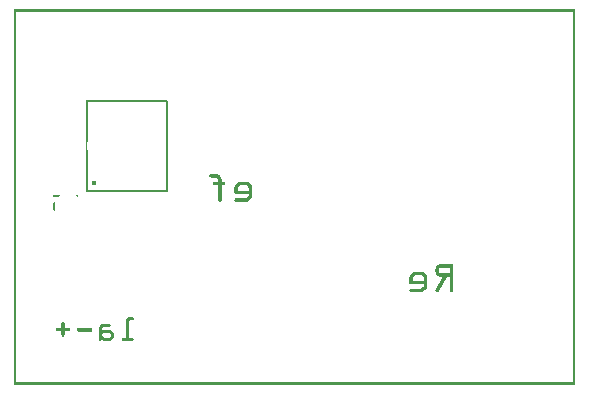
<source format=gbo>
G04 MADE WITH FRITZING*
G04 WWW.FRITZING.ORG*
G04 DOUBLE SIDED*
G04 HOLES PLATED*
G04 CONTOUR ON CENTER OF CONTOUR VECTOR*
%ASAXBY*%
%FSLAX23Y23*%
%MOIN*%
%OFA0B0*%
%SFA1.0B1.0*%
%ADD10C,0.016661X0.00666142*%
%ADD11C,0.008000*%
%ADD12R,0.001000X0.001000*%
%LNSILK0*%
G90*
G70*
G54D10*
X266Y671D03*
G54D11*
X508Y945D02*
X508Y645D01*
D02*
X508Y645D02*
X244Y645D01*
D02*
X244Y945D02*
X508Y945D01*
G54D12*
X0Y1251D02*
X1869Y1251D01*
X0Y1250D02*
X1869Y1250D01*
X0Y1249D02*
X1869Y1249D01*
X0Y1248D02*
X1869Y1248D01*
X0Y1247D02*
X1869Y1247D01*
X0Y1246D02*
X1869Y1246D01*
X0Y1245D02*
X1869Y1245D01*
X0Y1244D02*
X1869Y1244D01*
X0Y1243D02*
X7Y1243D01*
X1862Y1243D02*
X1869Y1243D01*
X0Y1242D02*
X7Y1242D01*
X1862Y1242D02*
X1869Y1242D01*
X0Y1241D02*
X7Y1241D01*
X1862Y1241D02*
X1869Y1241D01*
X0Y1240D02*
X7Y1240D01*
X1862Y1240D02*
X1869Y1240D01*
X0Y1239D02*
X7Y1239D01*
X1862Y1239D02*
X1869Y1239D01*
X0Y1238D02*
X7Y1238D01*
X1862Y1238D02*
X1869Y1238D01*
X0Y1237D02*
X7Y1237D01*
X1862Y1237D02*
X1869Y1237D01*
X0Y1236D02*
X7Y1236D01*
X1862Y1236D02*
X1869Y1236D01*
X0Y1235D02*
X7Y1235D01*
X1862Y1235D02*
X1869Y1235D01*
X0Y1234D02*
X7Y1234D01*
X1862Y1234D02*
X1869Y1234D01*
X0Y1233D02*
X7Y1233D01*
X1862Y1233D02*
X1869Y1233D01*
X0Y1232D02*
X7Y1232D01*
X1862Y1232D02*
X1869Y1232D01*
X0Y1231D02*
X7Y1231D01*
X1862Y1231D02*
X1869Y1231D01*
X0Y1230D02*
X7Y1230D01*
X1862Y1230D02*
X1869Y1230D01*
X0Y1229D02*
X7Y1229D01*
X1862Y1229D02*
X1869Y1229D01*
X0Y1228D02*
X7Y1228D01*
X1862Y1228D02*
X1869Y1228D01*
X0Y1227D02*
X7Y1227D01*
X1862Y1227D02*
X1869Y1227D01*
X0Y1226D02*
X7Y1226D01*
X1862Y1226D02*
X1869Y1226D01*
X0Y1225D02*
X7Y1225D01*
X1862Y1225D02*
X1869Y1225D01*
X0Y1224D02*
X7Y1224D01*
X1862Y1224D02*
X1869Y1224D01*
X0Y1223D02*
X7Y1223D01*
X1862Y1223D02*
X1869Y1223D01*
X0Y1222D02*
X7Y1222D01*
X1862Y1222D02*
X1869Y1222D01*
X0Y1221D02*
X7Y1221D01*
X1862Y1221D02*
X1869Y1221D01*
X0Y1220D02*
X7Y1220D01*
X1862Y1220D02*
X1869Y1220D01*
X0Y1219D02*
X7Y1219D01*
X1862Y1219D02*
X1869Y1219D01*
X0Y1218D02*
X7Y1218D01*
X1862Y1218D02*
X1869Y1218D01*
X0Y1217D02*
X7Y1217D01*
X1862Y1217D02*
X1869Y1217D01*
X0Y1216D02*
X7Y1216D01*
X1862Y1216D02*
X1869Y1216D01*
X0Y1215D02*
X7Y1215D01*
X1862Y1215D02*
X1869Y1215D01*
X0Y1214D02*
X7Y1214D01*
X1862Y1214D02*
X1869Y1214D01*
X0Y1213D02*
X7Y1213D01*
X1862Y1213D02*
X1869Y1213D01*
X0Y1212D02*
X7Y1212D01*
X1862Y1212D02*
X1869Y1212D01*
X0Y1211D02*
X7Y1211D01*
X1862Y1211D02*
X1869Y1211D01*
X0Y1210D02*
X7Y1210D01*
X1862Y1210D02*
X1869Y1210D01*
X0Y1209D02*
X7Y1209D01*
X1862Y1209D02*
X1869Y1209D01*
X0Y1208D02*
X7Y1208D01*
X1862Y1208D02*
X1869Y1208D01*
X0Y1207D02*
X7Y1207D01*
X1862Y1207D02*
X1869Y1207D01*
X0Y1206D02*
X7Y1206D01*
X1862Y1206D02*
X1869Y1206D01*
X0Y1205D02*
X7Y1205D01*
X1862Y1205D02*
X1869Y1205D01*
X0Y1204D02*
X7Y1204D01*
X1862Y1204D02*
X1869Y1204D01*
X0Y1203D02*
X7Y1203D01*
X1862Y1203D02*
X1869Y1203D01*
X0Y1202D02*
X7Y1202D01*
X1862Y1202D02*
X1869Y1202D01*
X0Y1201D02*
X7Y1201D01*
X1862Y1201D02*
X1869Y1201D01*
X0Y1200D02*
X7Y1200D01*
X1862Y1200D02*
X1869Y1200D01*
X0Y1199D02*
X7Y1199D01*
X1862Y1199D02*
X1869Y1199D01*
X0Y1198D02*
X7Y1198D01*
X1862Y1198D02*
X1869Y1198D01*
X0Y1197D02*
X7Y1197D01*
X1862Y1197D02*
X1869Y1197D01*
X0Y1196D02*
X7Y1196D01*
X1862Y1196D02*
X1869Y1196D01*
X0Y1195D02*
X7Y1195D01*
X1862Y1195D02*
X1869Y1195D01*
X0Y1194D02*
X7Y1194D01*
X1862Y1194D02*
X1869Y1194D01*
X0Y1193D02*
X7Y1193D01*
X1862Y1193D02*
X1869Y1193D01*
X0Y1192D02*
X7Y1192D01*
X1862Y1192D02*
X1869Y1192D01*
X0Y1191D02*
X7Y1191D01*
X1862Y1191D02*
X1869Y1191D01*
X0Y1190D02*
X7Y1190D01*
X1862Y1190D02*
X1869Y1190D01*
X0Y1189D02*
X7Y1189D01*
X1862Y1189D02*
X1869Y1189D01*
X0Y1188D02*
X7Y1188D01*
X1862Y1188D02*
X1869Y1188D01*
X0Y1187D02*
X7Y1187D01*
X1862Y1187D02*
X1869Y1187D01*
X0Y1186D02*
X7Y1186D01*
X1862Y1186D02*
X1869Y1186D01*
X0Y1185D02*
X7Y1185D01*
X1862Y1185D02*
X1869Y1185D01*
X0Y1184D02*
X7Y1184D01*
X1862Y1184D02*
X1869Y1184D01*
X0Y1183D02*
X7Y1183D01*
X1862Y1183D02*
X1869Y1183D01*
X0Y1182D02*
X7Y1182D01*
X1862Y1182D02*
X1869Y1182D01*
X0Y1181D02*
X7Y1181D01*
X1862Y1181D02*
X1869Y1181D01*
X0Y1180D02*
X7Y1180D01*
X1862Y1180D02*
X1869Y1180D01*
X0Y1179D02*
X7Y1179D01*
X1862Y1179D02*
X1869Y1179D01*
X0Y1178D02*
X7Y1178D01*
X1862Y1178D02*
X1869Y1178D01*
X0Y1177D02*
X7Y1177D01*
X1862Y1177D02*
X1869Y1177D01*
X0Y1176D02*
X7Y1176D01*
X1862Y1176D02*
X1869Y1176D01*
X0Y1175D02*
X7Y1175D01*
X1862Y1175D02*
X1869Y1175D01*
X0Y1174D02*
X7Y1174D01*
X1862Y1174D02*
X1869Y1174D01*
X0Y1173D02*
X7Y1173D01*
X1862Y1173D02*
X1869Y1173D01*
X0Y1172D02*
X7Y1172D01*
X1862Y1172D02*
X1869Y1172D01*
X0Y1171D02*
X7Y1171D01*
X1862Y1171D02*
X1869Y1171D01*
X0Y1170D02*
X7Y1170D01*
X1862Y1170D02*
X1869Y1170D01*
X0Y1169D02*
X7Y1169D01*
X1862Y1169D02*
X1869Y1169D01*
X0Y1168D02*
X7Y1168D01*
X1862Y1168D02*
X1869Y1168D01*
X0Y1167D02*
X7Y1167D01*
X1862Y1167D02*
X1869Y1167D01*
X0Y1166D02*
X7Y1166D01*
X1862Y1166D02*
X1869Y1166D01*
X0Y1165D02*
X7Y1165D01*
X1862Y1165D02*
X1869Y1165D01*
X0Y1164D02*
X7Y1164D01*
X1862Y1164D02*
X1869Y1164D01*
X0Y1163D02*
X7Y1163D01*
X1862Y1163D02*
X1869Y1163D01*
X0Y1162D02*
X7Y1162D01*
X1862Y1162D02*
X1869Y1162D01*
X0Y1161D02*
X7Y1161D01*
X1862Y1161D02*
X1869Y1161D01*
X0Y1160D02*
X7Y1160D01*
X1862Y1160D02*
X1869Y1160D01*
X0Y1159D02*
X7Y1159D01*
X1862Y1159D02*
X1869Y1159D01*
X0Y1158D02*
X7Y1158D01*
X1862Y1158D02*
X1869Y1158D01*
X0Y1157D02*
X7Y1157D01*
X1862Y1157D02*
X1869Y1157D01*
X0Y1156D02*
X7Y1156D01*
X1862Y1156D02*
X1869Y1156D01*
X0Y1155D02*
X7Y1155D01*
X1862Y1155D02*
X1869Y1155D01*
X0Y1154D02*
X7Y1154D01*
X1862Y1154D02*
X1869Y1154D01*
X0Y1153D02*
X7Y1153D01*
X1862Y1153D02*
X1869Y1153D01*
X0Y1152D02*
X7Y1152D01*
X1862Y1152D02*
X1869Y1152D01*
X0Y1151D02*
X7Y1151D01*
X1862Y1151D02*
X1869Y1151D01*
X0Y1150D02*
X7Y1150D01*
X1862Y1150D02*
X1869Y1150D01*
X0Y1149D02*
X7Y1149D01*
X1862Y1149D02*
X1869Y1149D01*
X0Y1148D02*
X7Y1148D01*
X1862Y1148D02*
X1869Y1148D01*
X0Y1147D02*
X7Y1147D01*
X1862Y1147D02*
X1869Y1147D01*
X0Y1146D02*
X7Y1146D01*
X1862Y1146D02*
X1869Y1146D01*
X0Y1145D02*
X7Y1145D01*
X1862Y1145D02*
X1869Y1145D01*
X0Y1144D02*
X7Y1144D01*
X1862Y1144D02*
X1869Y1144D01*
X0Y1143D02*
X7Y1143D01*
X1862Y1143D02*
X1869Y1143D01*
X0Y1142D02*
X7Y1142D01*
X1862Y1142D02*
X1869Y1142D01*
X0Y1141D02*
X7Y1141D01*
X1862Y1141D02*
X1869Y1141D01*
X0Y1140D02*
X7Y1140D01*
X1862Y1140D02*
X1869Y1140D01*
X0Y1139D02*
X7Y1139D01*
X1862Y1139D02*
X1869Y1139D01*
X0Y1138D02*
X7Y1138D01*
X1862Y1138D02*
X1869Y1138D01*
X0Y1137D02*
X7Y1137D01*
X1862Y1137D02*
X1869Y1137D01*
X0Y1136D02*
X7Y1136D01*
X1862Y1136D02*
X1869Y1136D01*
X0Y1135D02*
X7Y1135D01*
X1862Y1135D02*
X1869Y1135D01*
X0Y1134D02*
X7Y1134D01*
X1862Y1134D02*
X1869Y1134D01*
X0Y1133D02*
X7Y1133D01*
X1862Y1133D02*
X1869Y1133D01*
X0Y1132D02*
X7Y1132D01*
X1862Y1132D02*
X1869Y1132D01*
X0Y1131D02*
X7Y1131D01*
X1862Y1131D02*
X1869Y1131D01*
X0Y1130D02*
X7Y1130D01*
X1862Y1130D02*
X1869Y1130D01*
X0Y1129D02*
X7Y1129D01*
X1862Y1129D02*
X1869Y1129D01*
X0Y1128D02*
X7Y1128D01*
X1862Y1128D02*
X1869Y1128D01*
X0Y1127D02*
X7Y1127D01*
X1862Y1127D02*
X1869Y1127D01*
X0Y1126D02*
X7Y1126D01*
X1862Y1126D02*
X1869Y1126D01*
X0Y1125D02*
X7Y1125D01*
X1862Y1125D02*
X1869Y1125D01*
X0Y1124D02*
X7Y1124D01*
X1862Y1124D02*
X1869Y1124D01*
X0Y1123D02*
X7Y1123D01*
X1862Y1123D02*
X1869Y1123D01*
X0Y1122D02*
X7Y1122D01*
X1862Y1122D02*
X1869Y1122D01*
X0Y1121D02*
X7Y1121D01*
X1862Y1121D02*
X1869Y1121D01*
X0Y1120D02*
X7Y1120D01*
X1862Y1120D02*
X1869Y1120D01*
X0Y1119D02*
X7Y1119D01*
X1862Y1119D02*
X1869Y1119D01*
X0Y1118D02*
X7Y1118D01*
X1862Y1118D02*
X1869Y1118D01*
X0Y1117D02*
X7Y1117D01*
X1862Y1117D02*
X1869Y1117D01*
X0Y1116D02*
X7Y1116D01*
X1862Y1116D02*
X1869Y1116D01*
X0Y1115D02*
X7Y1115D01*
X1862Y1115D02*
X1869Y1115D01*
X0Y1114D02*
X7Y1114D01*
X1862Y1114D02*
X1869Y1114D01*
X0Y1113D02*
X7Y1113D01*
X1862Y1113D02*
X1869Y1113D01*
X0Y1112D02*
X7Y1112D01*
X1862Y1112D02*
X1869Y1112D01*
X0Y1111D02*
X7Y1111D01*
X1862Y1111D02*
X1869Y1111D01*
X0Y1110D02*
X7Y1110D01*
X1862Y1110D02*
X1869Y1110D01*
X0Y1109D02*
X7Y1109D01*
X1862Y1109D02*
X1869Y1109D01*
X0Y1108D02*
X7Y1108D01*
X1862Y1108D02*
X1869Y1108D01*
X0Y1107D02*
X7Y1107D01*
X1862Y1107D02*
X1869Y1107D01*
X0Y1106D02*
X7Y1106D01*
X1862Y1106D02*
X1869Y1106D01*
X0Y1105D02*
X7Y1105D01*
X1862Y1105D02*
X1869Y1105D01*
X0Y1104D02*
X7Y1104D01*
X1862Y1104D02*
X1869Y1104D01*
X0Y1103D02*
X7Y1103D01*
X1862Y1103D02*
X1869Y1103D01*
X0Y1102D02*
X7Y1102D01*
X1862Y1102D02*
X1869Y1102D01*
X0Y1101D02*
X7Y1101D01*
X1862Y1101D02*
X1869Y1101D01*
X0Y1100D02*
X7Y1100D01*
X1862Y1100D02*
X1869Y1100D01*
X0Y1099D02*
X7Y1099D01*
X1862Y1099D02*
X1869Y1099D01*
X0Y1098D02*
X7Y1098D01*
X1862Y1098D02*
X1869Y1098D01*
X0Y1097D02*
X7Y1097D01*
X1862Y1097D02*
X1869Y1097D01*
X0Y1096D02*
X7Y1096D01*
X1862Y1096D02*
X1869Y1096D01*
X0Y1095D02*
X7Y1095D01*
X1862Y1095D02*
X1869Y1095D01*
X0Y1094D02*
X7Y1094D01*
X1862Y1094D02*
X1869Y1094D01*
X0Y1093D02*
X7Y1093D01*
X1862Y1093D02*
X1869Y1093D01*
X0Y1092D02*
X7Y1092D01*
X1862Y1092D02*
X1869Y1092D01*
X0Y1091D02*
X7Y1091D01*
X1862Y1091D02*
X1869Y1091D01*
X0Y1090D02*
X7Y1090D01*
X1862Y1090D02*
X1869Y1090D01*
X0Y1089D02*
X7Y1089D01*
X1862Y1089D02*
X1869Y1089D01*
X0Y1088D02*
X7Y1088D01*
X1862Y1088D02*
X1869Y1088D01*
X0Y1087D02*
X7Y1087D01*
X1862Y1087D02*
X1869Y1087D01*
X0Y1086D02*
X7Y1086D01*
X1862Y1086D02*
X1869Y1086D01*
X0Y1085D02*
X7Y1085D01*
X1862Y1085D02*
X1869Y1085D01*
X0Y1084D02*
X7Y1084D01*
X1862Y1084D02*
X1869Y1084D01*
X0Y1083D02*
X7Y1083D01*
X1862Y1083D02*
X1869Y1083D01*
X0Y1082D02*
X7Y1082D01*
X1862Y1082D02*
X1869Y1082D01*
X0Y1081D02*
X7Y1081D01*
X1862Y1081D02*
X1869Y1081D01*
X0Y1080D02*
X7Y1080D01*
X1862Y1080D02*
X1869Y1080D01*
X0Y1079D02*
X7Y1079D01*
X1862Y1079D02*
X1869Y1079D01*
X0Y1078D02*
X7Y1078D01*
X1862Y1078D02*
X1869Y1078D01*
X0Y1077D02*
X7Y1077D01*
X1862Y1077D02*
X1869Y1077D01*
X0Y1076D02*
X7Y1076D01*
X1862Y1076D02*
X1869Y1076D01*
X0Y1075D02*
X7Y1075D01*
X1862Y1075D02*
X1869Y1075D01*
X0Y1074D02*
X7Y1074D01*
X1862Y1074D02*
X1869Y1074D01*
X0Y1073D02*
X7Y1073D01*
X1862Y1073D02*
X1869Y1073D01*
X0Y1072D02*
X7Y1072D01*
X1862Y1072D02*
X1869Y1072D01*
X0Y1071D02*
X7Y1071D01*
X1862Y1071D02*
X1869Y1071D01*
X0Y1070D02*
X7Y1070D01*
X1862Y1070D02*
X1869Y1070D01*
X0Y1069D02*
X7Y1069D01*
X1862Y1069D02*
X1869Y1069D01*
X0Y1068D02*
X7Y1068D01*
X1862Y1068D02*
X1869Y1068D01*
X0Y1067D02*
X7Y1067D01*
X1862Y1067D02*
X1869Y1067D01*
X0Y1066D02*
X7Y1066D01*
X1862Y1066D02*
X1869Y1066D01*
X0Y1065D02*
X7Y1065D01*
X1862Y1065D02*
X1869Y1065D01*
X0Y1064D02*
X7Y1064D01*
X1862Y1064D02*
X1869Y1064D01*
X0Y1063D02*
X7Y1063D01*
X1862Y1063D02*
X1869Y1063D01*
X0Y1062D02*
X7Y1062D01*
X1862Y1062D02*
X1869Y1062D01*
X0Y1061D02*
X7Y1061D01*
X1862Y1061D02*
X1869Y1061D01*
X0Y1060D02*
X7Y1060D01*
X1862Y1060D02*
X1869Y1060D01*
X0Y1059D02*
X7Y1059D01*
X1862Y1059D02*
X1869Y1059D01*
X0Y1058D02*
X7Y1058D01*
X1862Y1058D02*
X1869Y1058D01*
X0Y1057D02*
X7Y1057D01*
X1862Y1057D02*
X1869Y1057D01*
X0Y1056D02*
X7Y1056D01*
X1862Y1056D02*
X1869Y1056D01*
X0Y1055D02*
X7Y1055D01*
X1862Y1055D02*
X1869Y1055D01*
X0Y1054D02*
X7Y1054D01*
X1862Y1054D02*
X1869Y1054D01*
X0Y1053D02*
X7Y1053D01*
X1862Y1053D02*
X1869Y1053D01*
X0Y1052D02*
X7Y1052D01*
X1862Y1052D02*
X1869Y1052D01*
X0Y1051D02*
X7Y1051D01*
X1862Y1051D02*
X1869Y1051D01*
X0Y1050D02*
X7Y1050D01*
X1862Y1050D02*
X1869Y1050D01*
X0Y1049D02*
X7Y1049D01*
X1862Y1049D02*
X1869Y1049D01*
X0Y1048D02*
X7Y1048D01*
X1862Y1048D02*
X1869Y1048D01*
X0Y1047D02*
X7Y1047D01*
X1862Y1047D02*
X1869Y1047D01*
X0Y1046D02*
X7Y1046D01*
X1862Y1046D02*
X1869Y1046D01*
X0Y1045D02*
X7Y1045D01*
X1862Y1045D02*
X1869Y1045D01*
X0Y1044D02*
X7Y1044D01*
X1862Y1044D02*
X1869Y1044D01*
X0Y1043D02*
X7Y1043D01*
X1862Y1043D02*
X1869Y1043D01*
X0Y1042D02*
X7Y1042D01*
X1862Y1042D02*
X1869Y1042D01*
X0Y1041D02*
X7Y1041D01*
X1862Y1041D02*
X1869Y1041D01*
X0Y1040D02*
X7Y1040D01*
X1862Y1040D02*
X1869Y1040D01*
X0Y1039D02*
X7Y1039D01*
X1862Y1039D02*
X1869Y1039D01*
X0Y1038D02*
X7Y1038D01*
X1862Y1038D02*
X1869Y1038D01*
X0Y1037D02*
X7Y1037D01*
X1862Y1037D02*
X1869Y1037D01*
X0Y1036D02*
X7Y1036D01*
X1862Y1036D02*
X1869Y1036D01*
X0Y1035D02*
X7Y1035D01*
X1862Y1035D02*
X1869Y1035D01*
X0Y1034D02*
X7Y1034D01*
X1862Y1034D02*
X1869Y1034D01*
X0Y1033D02*
X7Y1033D01*
X1862Y1033D02*
X1869Y1033D01*
X0Y1032D02*
X7Y1032D01*
X1862Y1032D02*
X1869Y1032D01*
X0Y1031D02*
X7Y1031D01*
X1862Y1031D02*
X1869Y1031D01*
X0Y1030D02*
X7Y1030D01*
X1862Y1030D02*
X1869Y1030D01*
X0Y1029D02*
X7Y1029D01*
X1862Y1029D02*
X1869Y1029D01*
X0Y1028D02*
X7Y1028D01*
X1862Y1028D02*
X1869Y1028D01*
X0Y1027D02*
X7Y1027D01*
X1862Y1027D02*
X1869Y1027D01*
X0Y1026D02*
X7Y1026D01*
X1862Y1026D02*
X1869Y1026D01*
X0Y1025D02*
X7Y1025D01*
X1862Y1025D02*
X1869Y1025D01*
X0Y1024D02*
X7Y1024D01*
X1862Y1024D02*
X1869Y1024D01*
X0Y1023D02*
X7Y1023D01*
X1862Y1023D02*
X1869Y1023D01*
X0Y1022D02*
X7Y1022D01*
X1862Y1022D02*
X1869Y1022D01*
X0Y1021D02*
X7Y1021D01*
X1862Y1021D02*
X1869Y1021D01*
X0Y1020D02*
X7Y1020D01*
X1862Y1020D02*
X1869Y1020D01*
X0Y1019D02*
X7Y1019D01*
X1862Y1019D02*
X1869Y1019D01*
X0Y1018D02*
X7Y1018D01*
X1862Y1018D02*
X1869Y1018D01*
X0Y1017D02*
X7Y1017D01*
X1862Y1017D02*
X1869Y1017D01*
X0Y1016D02*
X7Y1016D01*
X1862Y1016D02*
X1869Y1016D01*
X0Y1015D02*
X7Y1015D01*
X1862Y1015D02*
X1869Y1015D01*
X0Y1014D02*
X7Y1014D01*
X1862Y1014D02*
X1869Y1014D01*
X0Y1013D02*
X7Y1013D01*
X1862Y1013D02*
X1869Y1013D01*
X0Y1012D02*
X7Y1012D01*
X1862Y1012D02*
X1869Y1012D01*
X0Y1011D02*
X7Y1011D01*
X1862Y1011D02*
X1869Y1011D01*
X0Y1010D02*
X7Y1010D01*
X1862Y1010D02*
X1869Y1010D01*
X0Y1009D02*
X7Y1009D01*
X1862Y1009D02*
X1869Y1009D01*
X0Y1008D02*
X7Y1008D01*
X1862Y1008D02*
X1869Y1008D01*
X0Y1007D02*
X7Y1007D01*
X1862Y1007D02*
X1869Y1007D01*
X0Y1006D02*
X7Y1006D01*
X1862Y1006D02*
X1869Y1006D01*
X0Y1005D02*
X7Y1005D01*
X1862Y1005D02*
X1869Y1005D01*
X0Y1004D02*
X7Y1004D01*
X1862Y1004D02*
X1869Y1004D01*
X0Y1003D02*
X7Y1003D01*
X1862Y1003D02*
X1869Y1003D01*
X0Y1002D02*
X7Y1002D01*
X1862Y1002D02*
X1869Y1002D01*
X0Y1001D02*
X7Y1001D01*
X1862Y1001D02*
X1869Y1001D01*
X0Y1000D02*
X7Y1000D01*
X1862Y1000D02*
X1869Y1000D01*
X0Y999D02*
X7Y999D01*
X1862Y999D02*
X1869Y999D01*
X0Y998D02*
X7Y998D01*
X1862Y998D02*
X1869Y998D01*
X0Y997D02*
X7Y997D01*
X1862Y997D02*
X1869Y997D01*
X0Y996D02*
X7Y996D01*
X1862Y996D02*
X1869Y996D01*
X0Y995D02*
X7Y995D01*
X1862Y995D02*
X1869Y995D01*
X0Y994D02*
X7Y994D01*
X1862Y994D02*
X1869Y994D01*
X0Y993D02*
X7Y993D01*
X1862Y993D02*
X1869Y993D01*
X0Y992D02*
X7Y992D01*
X1862Y992D02*
X1869Y992D01*
X0Y991D02*
X7Y991D01*
X1862Y991D02*
X1869Y991D01*
X0Y990D02*
X7Y990D01*
X1862Y990D02*
X1869Y990D01*
X0Y989D02*
X7Y989D01*
X1862Y989D02*
X1869Y989D01*
X0Y988D02*
X7Y988D01*
X1862Y988D02*
X1869Y988D01*
X0Y987D02*
X7Y987D01*
X1862Y987D02*
X1869Y987D01*
X0Y986D02*
X7Y986D01*
X1862Y986D02*
X1869Y986D01*
X0Y985D02*
X7Y985D01*
X1862Y985D02*
X1869Y985D01*
X0Y984D02*
X7Y984D01*
X1862Y984D02*
X1869Y984D01*
X0Y983D02*
X7Y983D01*
X1862Y983D02*
X1869Y983D01*
X0Y982D02*
X7Y982D01*
X1862Y982D02*
X1869Y982D01*
X0Y981D02*
X7Y981D01*
X1862Y981D02*
X1869Y981D01*
X0Y980D02*
X7Y980D01*
X1862Y980D02*
X1869Y980D01*
X0Y979D02*
X7Y979D01*
X1862Y979D02*
X1869Y979D01*
X0Y978D02*
X7Y978D01*
X1862Y978D02*
X1869Y978D01*
X0Y977D02*
X7Y977D01*
X1862Y977D02*
X1869Y977D01*
X0Y976D02*
X7Y976D01*
X1862Y976D02*
X1869Y976D01*
X0Y975D02*
X7Y975D01*
X1862Y975D02*
X1869Y975D01*
X0Y974D02*
X7Y974D01*
X1862Y974D02*
X1869Y974D01*
X0Y973D02*
X7Y973D01*
X1862Y973D02*
X1869Y973D01*
X0Y972D02*
X7Y972D01*
X1862Y972D02*
X1869Y972D01*
X0Y971D02*
X7Y971D01*
X1862Y971D02*
X1869Y971D01*
X0Y970D02*
X7Y970D01*
X1862Y970D02*
X1869Y970D01*
X0Y969D02*
X7Y969D01*
X1862Y969D02*
X1869Y969D01*
X0Y968D02*
X7Y968D01*
X1862Y968D02*
X1869Y968D01*
X0Y967D02*
X7Y967D01*
X1862Y967D02*
X1869Y967D01*
X0Y966D02*
X7Y966D01*
X1862Y966D02*
X1869Y966D01*
X0Y965D02*
X7Y965D01*
X1862Y965D02*
X1869Y965D01*
X0Y964D02*
X7Y964D01*
X1862Y964D02*
X1869Y964D01*
X0Y963D02*
X7Y963D01*
X1862Y963D02*
X1869Y963D01*
X0Y962D02*
X7Y962D01*
X1862Y962D02*
X1869Y962D01*
X0Y961D02*
X7Y961D01*
X1862Y961D02*
X1869Y961D01*
X0Y960D02*
X7Y960D01*
X1862Y960D02*
X1869Y960D01*
X0Y959D02*
X7Y959D01*
X1862Y959D02*
X1869Y959D01*
X0Y958D02*
X7Y958D01*
X1862Y958D02*
X1869Y958D01*
X0Y957D02*
X7Y957D01*
X1862Y957D02*
X1869Y957D01*
X0Y956D02*
X7Y956D01*
X1862Y956D02*
X1869Y956D01*
X0Y955D02*
X7Y955D01*
X1862Y955D02*
X1869Y955D01*
X0Y954D02*
X7Y954D01*
X1862Y954D02*
X1869Y954D01*
X0Y953D02*
X7Y953D01*
X1862Y953D02*
X1869Y953D01*
X0Y952D02*
X7Y952D01*
X1862Y952D02*
X1869Y952D01*
X0Y951D02*
X7Y951D01*
X1862Y951D02*
X1869Y951D01*
X0Y950D02*
X7Y950D01*
X1862Y950D02*
X1869Y950D01*
X0Y949D02*
X7Y949D01*
X242Y949D02*
X244Y949D01*
X1862Y949D02*
X1869Y949D01*
X0Y948D02*
X7Y948D01*
X241Y948D02*
X246Y948D01*
X1862Y948D02*
X1869Y948D01*
X0Y947D02*
X7Y947D01*
X240Y947D02*
X246Y947D01*
X1862Y947D02*
X1869Y947D01*
X0Y946D02*
X7Y946D01*
X240Y946D02*
X247Y946D01*
X1862Y946D02*
X1869Y946D01*
X0Y945D02*
X7Y945D01*
X240Y945D02*
X247Y945D01*
X1862Y945D02*
X1869Y945D01*
X0Y944D02*
X7Y944D01*
X240Y944D02*
X247Y944D01*
X1862Y944D02*
X1869Y944D01*
X0Y943D02*
X7Y943D01*
X240Y943D02*
X247Y943D01*
X1862Y943D02*
X1869Y943D01*
X0Y942D02*
X7Y942D01*
X240Y942D02*
X247Y942D01*
X1862Y942D02*
X1869Y942D01*
X0Y941D02*
X7Y941D01*
X240Y941D02*
X247Y941D01*
X1862Y941D02*
X1869Y941D01*
X0Y940D02*
X7Y940D01*
X240Y940D02*
X247Y940D01*
X1862Y940D02*
X1869Y940D01*
X0Y939D02*
X7Y939D01*
X240Y939D02*
X247Y939D01*
X1862Y939D02*
X1869Y939D01*
X0Y938D02*
X7Y938D01*
X240Y938D02*
X247Y938D01*
X1862Y938D02*
X1869Y938D01*
X0Y937D02*
X7Y937D01*
X240Y937D02*
X247Y937D01*
X1862Y937D02*
X1869Y937D01*
X0Y936D02*
X7Y936D01*
X240Y936D02*
X247Y936D01*
X1862Y936D02*
X1869Y936D01*
X0Y935D02*
X7Y935D01*
X240Y935D02*
X247Y935D01*
X1862Y935D02*
X1869Y935D01*
X0Y934D02*
X7Y934D01*
X240Y934D02*
X247Y934D01*
X1862Y934D02*
X1869Y934D01*
X0Y933D02*
X7Y933D01*
X240Y933D02*
X247Y933D01*
X1862Y933D02*
X1869Y933D01*
X0Y932D02*
X7Y932D01*
X240Y932D02*
X247Y932D01*
X1862Y932D02*
X1869Y932D01*
X0Y931D02*
X7Y931D01*
X240Y931D02*
X247Y931D01*
X1862Y931D02*
X1869Y931D01*
X0Y930D02*
X7Y930D01*
X240Y930D02*
X247Y930D01*
X1862Y930D02*
X1869Y930D01*
X0Y929D02*
X7Y929D01*
X240Y929D02*
X247Y929D01*
X1862Y929D02*
X1869Y929D01*
X0Y928D02*
X7Y928D01*
X240Y928D02*
X247Y928D01*
X1862Y928D02*
X1869Y928D01*
X0Y927D02*
X7Y927D01*
X240Y927D02*
X247Y927D01*
X1862Y927D02*
X1869Y927D01*
X0Y926D02*
X7Y926D01*
X240Y926D02*
X247Y926D01*
X1862Y926D02*
X1869Y926D01*
X0Y925D02*
X7Y925D01*
X240Y925D02*
X247Y925D01*
X1862Y925D02*
X1869Y925D01*
X0Y924D02*
X7Y924D01*
X240Y924D02*
X247Y924D01*
X1862Y924D02*
X1869Y924D01*
X0Y923D02*
X7Y923D01*
X240Y923D02*
X247Y923D01*
X1862Y923D02*
X1869Y923D01*
X0Y922D02*
X7Y922D01*
X240Y922D02*
X247Y922D01*
X1862Y922D02*
X1869Y922D01*
X0Y921D02*
X7Y921D01*
X240Y921D02*
X247Y921D01*
X1862Y921D02*
X1869Y921D01*
X0Y920D02*
X7Y920D01*
X240Y920D02*
X247Y920D01*
X1862Y920D02*
X1869Y920D01*
X0Y919D02*
X7Y919D01*
X240Y919D02*
X247Y919D01*
X1862Y919D02*
X1869Y919D01*
X0Y918D02*
X7Y918D01*
X240Y918D02*
X247Y918D01*
X1862Y918D02*
X1869Y918D01*
X0Y917D02*
X7Y917D01*
X240Y917D02*
X247Y917D01*
X1862Y917D02*
X1869Y917D01*
X0Y916D02*
X7Y916D01*
X240Y916D02*
X247Y916D01*
X1862Y916D02*
X1869Y916D01*
X0Y915D02*
X7Y915D01*
X240Y915D02*
X247Y915D01*
X1862Y915D02*
X1869Y915D01*
X0Y914D02*
X7Y914D01*
X240Y914D02*
X247Y914D01*
X1862Y914D02*
X1869Y914D01*
X0Y913D02*
X7Y913D01*
X240Y913D02*
X247Y913D01*
X1862Y913D02*
X1869Y913D01*
X0Y912D02*
X7Y912D01*
X240Y912D02*
X247Y912D01*
X1862Y912D02*
X1869Y912D01*
X0Y911D02*
X7Y911D01*
X240Y911D02*
X247Y911D01*
X1862Y911D02*
X1869Y911D01*
X0Y910D02*
X7Y910D01*
X240Y910D02*
X247Y910D01*
X1862Y910D02*
X1869Y910D01*
X0Y909D02*
X7Y909D01*
X240Y909D02*
X247Y909D01*
X1862Y909D02*
X1869Y909D01*
X0Y908D02*
X7Y908D01*
X240Y908D02*
X247Y908D01*
X1862Y908D02*
X1869Y908D01*
X0Y907D02*
X7Y907D01*
X240Y907D02*
X247Y907D01*
X1862Y907D02*
X1869Y907D01*
X0Y906D02*
X7Y906D01*
X240Y906D02*
X247Y906D01*
X1862Y906D02*
X1869Y906D01*
X0Y905D02*
X7Y905D01*
X240Y905D02*
X247Y905D01*
X1862Y905D02*
X1869Y905D01*
X0Y904D02*
X7Y904D01*
X240Y904D02*
X247Y904D01*
X1862Y904D02*
X1869Y904D01*
X0Y903D02*
X7Y903D01*
X240Y903D02*
X247Y903D01*
X1862Y903D02*
X1869Y903D01*
X0Y902D02*
X7Y902D01*
X240Y902D02*
X247Y902D01*
X1862Y902D02*
X1869Y902D01*
X0Y901D02*
X7Y901D01*
X240Y901D02*
X247Y901D01*
X1862Y901D02*
X1869Y901D01*
X0Y900D02*
X7Y900D01*
X240Y900D02*
X247Y900D01*
X1862Y900D02*
X1869Y900D01*
X0Y899D02*
X7Y899D01*
X240Y899D02*
X247Y899D01*
X1862Y899D02*
X1869Y899D01*
X0Y898D02*
X7Y898D01*
X240Y898D02*
X247Y898D01*
X1862Y898D02*
X1869Y898D01*
X0Y897D02*
X7Y897D01*
X240Y897D02*
X247Y897D01*
X1862Y897D02*
X1869Y897D01*
X0Y896D02*
X7Y896D01*
X240Y896D02*
X247Y896D01*
X1862Y896D02*
X1869Y896D01*
X0Y895D02*
X7Y895D01*
X240Y895D02*
X247Y895D01*
X1862Y895D02*
X1869Y895D01*
X0Y894D02*
X7Y894D01*
X240Y894D02*
X247Y894D01*
X1862Y894D02*
X1869Y894D01*
X0Y893D02*
X7Y893D01*
X240Y893D02*
X247Y893D01*
X1862Y893D02*
X1869Y893D01*
X0Y892D02*
X7Y892D01*
X240Y892D02*
X247Y892D01*
X1862Y892D02*
X1869Y892D01*
X0Y891D02*
X7Y891D01*
X240Y891D02*
X247Y891D01*
X1862Y891D02*
X1869Y891D01*
X0Y890D02*
X7Y890D01*
X240Y890D02*
X247Y890D01*
X1862Y890D02*
X1869Y890D01*
X0Y889D02*
X7Y889D01*
X240Y889D02*
X247Y889D01*
X1862Y889D02*
X1869Y889D01*
X0Y888D02*
X7Y888D01*
X240Y888D02*
X247Y888D01*
X1862Y888D02*
X1869Y888D01*
X0Y887D02*
X7Y887D01*
X240Y887D02*
X247Y887D01*
X1862Y887D02*
X1869Y887D01*
X0Y886D02*
X7Y886D01*
X240Y886D02*
X247Y886D01*
X1862Y886D02*
X1869Y886D01*
X0Y885D02*
X7Y885D01*
X240Y885D02*
X247Y885D01*
X1862Y885D02*
X1869Y885D01*
X0Y884D02*
X7Y884D01*
X240Y884D02*
X247Y884D01*
X1862Y884D02*
X1869Y884D01*
X0Y883D02*
X7Y883D01*
X240Y883D02*
X247Y883D01*
X1862Y883D02*
X1869Y883D01*
X0Y882D02*
X7Y882D01*
X240Y882D02*
X247Y882D01*
X1862Y882D02*
X1869Y882D01*
X0Y881D02*
X7Y881D01*
X240Y881D02*
X247Y881D01*
X1862Y881D02*
X1869Y881D01*
X0Y880D02*
X7Y880D01*
X240Y880D02*
X247Y880D01*
X1862Y880D02*
X1869Y880D01*
X0Y879D02*
X7Y879D01*
X240Y879D02*
X247Y879D01*
X1862Y879D02*
X1869Y879D01*
X0Y878D02*
X7Y878D01*
X240Y878D02*
X247Y878D01*
X1862Y878D02*
X1869Y878D01*
X0Y877D02*
X7Y877D01*
X240Y877D02*
X247Y877D01*
X1862Y877D02*
X1869Y877D01*
X0Y876D02*
X7Y876D01*
X240Y876D02*
X247Y876D01*
X1862Y876D02*
X1869Y876D01*
X0Y875D02*
X7Y875D01*
X240Y875D02*
X247Y875D01*
X1862Y875D02*
X1869Y875D01*
X0Y874D02*
X7Y874D01*
X240Y874D02*
X247Y874D01*
X1862Y874D02*
X1869Y874D01*
X0Y873D02*
X7Y873D01*
X240Y873D02*
X247Y873D01*
X1862Y873D02*
X1869Y873D01*
X0Y872D02*
X7Y872D01*
X240Y872D02*
X247Y872D01*
X1862Y872D02*
X1869Y872D01*
X0Y871D02*
X7Y871D01*
X240Y871D02*
X247Y871D01*
X1862Y871D02*
X1869Y871D01*
X0Y870D02*
X7Y870D01*
X240Y870D02*
X247Y870D01*
X1862Y870D02*
X1869Y870D01*
X0Y869D02*
X7Y869D01*
X240Y869D02*
X247Y869D01*
X1862Y869D02*
X1869Y869D01*
X0Y868D02*
X7Y868D01*
X240Y868D02*
X247Y868D01*
X1862Y868D02*
X1869Y868D01*
X0Y867D02*
X7Y867D01*
X240Y867D02*
X247Y867D01*
X1862Y867D02*
X1869Y867D01*
X0Y866D02*
X7Y866D01*
X240Y866D02*
X247Y866D01*
X1862Y866D02*
X1869Y866D01*
X0Y865D02*
X7Y865D01*
X240Y865D02*
X247Y865D01*
X1862Y865D02*
X1869Y865D01*
X0Y864D02*
X7Y864D01*
X240Y864D02*
X247Y864D01*
X1862Y864D02*
X1869Y864D01*
X0Y863D02*
X7Y863D01*
X240Y863D02*
X247Y863D01*
X1862Y863D02*
X1869Y863D01*
X0Y862D02*
X7Y862D01*
X240Y862D02*
X247Y862D01*
X1862Y862D02*
X1869Y862D01*
X0Y861D02*
X7Y861D01*
X240Y861D02*
X247Y861D01*
X1862Y861D02*
X1869Y861D01*
X0Y860D02*
X7Y860D01*
X240Y860D02*
X247Y860D01*
X1862Y860D02*
X1869Y860D01*
X0Y859D02*
X7Y859D01*
X240Y859D02*
X247Y859D01*
X1862Y859D02*
X1869Y859D01*
X0Y858D02*
X7Y858D01*
X240Y858D02*
X247Y858D01*
X1862Y858D02*
X1869Y858D01*
X0Y857D02*
X7Y857D01*
X240Y857D02*
X247Y857D01*
X1862Y857D02*
X1869Y857D01*
X0Y856D02*
X7Y856D01*
X240Y856D02*
X247Y856D01*
X1862Y856D02*
X1869Y856D01*
X0Y855D02*
X7Y855D01*
X240Y855D02*
X247Y855D01*
X1862Y855D02*
X1869Y855D01*
X0Y854D02*
X7Y854D01*
X240Y854D02*
X247Y854D01*
X1862Y854D02*
X1869Y854D01*
X0Y853D02*
X7Y853D01*
X240Y853D02*
X247Y853D01*
X1862Y853D02*
X1869Y853D01*
X0Y852D02*
X7Y852D01*
X240Y852D02*
X247Y852D01*
X1862Y852D02*
X1869Y852D01*
X0Y851D02*
X7Y851D01*
X240Y851D02*
X247Y851D01*
X1862Y851D02*
X1869Y851D01*
X0Y850D02*
X7Y850D01*
X240Y850D02*
X247Y850D01*
X1862Y850D02*
X1869Y850D01*
X0Y849D02*
X7Y849D01*
X240Y849D02*
X247Y849D01*
X1862Y849D02*
X1869Y849D01*
X0Y848D02*
X7Y848D01*
X240Y848D02*
X247Y848D01*
X1862Y848D02*
X1869Y848D01*
X0Y847D02*
X7Y847D01*
X240Y847D02*
X247Y847D01*
X1862Y847D02*
X1869Y847D01*
X0Y846D02*
X7Y846D01*
X240Y846D02*
X247Y846D01*
X1862Y846D02*
X1869Y846D01*
X0Y845D02*
X7Y845D01*
X240Y845D02*
X247Y845D01*
X1862Y845D02*
X1869Y845D01*
X0Y844D02*
X7Y844D01*
X240Y844D02*
X247Y844D01*
X1862Y844D02*
X1869Y844D01*
X0Y843D02*
X7Y843D01*
X240Y843D02*
X247Y843D01*
X1862Y843D02*
X1869Y843D01*
X0Y842D02*
X7Y842D01*
X240Y842D02*
X247Y842D01*
X1862Y842D02*
X1869Y842D01*
X0Y841D02*
X7Y841D01*
X240Y841D02*
X247Y841D01*
X1862Y841D02*
X1869Y841D01*
X0Y840D02*
X7Y840D01*
X240Y840D02*
X247Y840D01*
X1862Y840D02*
X1869Y840D01*
X0Y839D02*
X7Y839D01*
X240Y839D02*
X247Y839D01*
X1862Y839D02*
X1869Y839D01*
X0Y838D02*
X7Y838D01*
X240Y838D02*
X247Y838D01*
X1862Y838D02*
X1869Y838D01*
X0Y837D02*
X7Y837D01*
X240Y837D02*
X247Y837D01*
X1862Y837D02*
X1869Y837D01*
X0Y836D02*
X7Y836D01*
X240Y836D02*
X247Y836D01*
X1862Y836D02*
X1869Y836D01*
X0Y835D02*
X7Y835D01*
X240Y835D02*
X247Y835D01*
X1862Y835D02*
X1869Y835D01*
X0Y834D02*
X7Y834D01*
X240Y834D02*
X247Y834D01*
X1862Y834D02*
X1869Y834D01*
X0Y833D02*
X7Y833D01*
X240Y833D02*
X247Y833D01*
X1862Y833D02*
X1869Y833D01*
X0Y832D02*
X7Y832D01*
X240Y832D02*
X247Y832D01*
X1862Y832D02*
X1869Y832D01*
X0Y831D02*
X7Y831D01*
X240Y831D02*
X247Y831D01*
X1862Y831D02*
X1869Y831D01*
X0Y830D02*
X7Y830D01*
X240Y830D02*
X247Y830D01*
X1862Y830D02*
X1869Y830D01*
X0Y829D02*
X7Y829D01*
X240Y829D02*
X247Y829D01*
X1862Y829D02*
X1869Y829D01*
X0Y828D02*
X7Y828D01*
X240Y828D02*
X247Y828D01*
X1862Y828D02*
X1869Y828D01*
X0Y827D02*
X7Y827D01*
X240Y827D02*
X247Y827D01*
X1862Y827D02*
X1869Y827D01*
X0Y826D02*
X7Y826D01*
X240Y826D02*
X247Y826D01*
X1862Y826D02*
X1869Y826D01*
X0Y825D02*
X7Y825D01*
X240Y825D02*
X247Y825D01*
X1862Y825D02*
X1869Y825D01*
X0Y824D02*
X7Y824D01*
X240Y824D02*
X247Y824D01*
X1862Y824D02*
X1869Y824D01*
X0Y823D02*
X7Y823D01*
X240Y823D02*
X247Y823D01*
X1862Y823D02*
X1869Y823D01*
X0Y822D02*
X7Y822D01*
X240Y822D02*
X247Y822D01*
X1862Y822D02*
X1869Y822D01*
X0Y821D02*
X7Y821D01*
X240Y821D02*
X247Y821D01*
X1862Y821D02*
X1869Y821D01*
X0Y820D02*
X7Y820D01*
X240Y820D02*
X247Y820D01*
X1862Y820D02*
X1869Y820D01*
X0Y819D02*
X7Y819D01*
X240Y819D02*
X247Y819D01*
X1862Y819D02*
X1869Y819D01*
X0Y818D02*
X7Y818D01*
X240Y818D02*
X247Y818D01*
X1862Y818D02*
X1869Y818D01*
X0Y817D02*
X7Y817D01*
X240Y817D02*
X247Y817D01*
X1862Y817D02*
X1869Y817D01*
X0Y816D02*
X7Y816D01*
X240Y816D02*
X247Y816D01*
X1862Y816D02*
X1869Y816D01*
X0Y815D02*
X7Y815D01*
X240Y815D02*
X246Y815D01*
X1862Y815D02*
X1869Y815D01*
X0Y814D02*
X7Y814D01*
X240Y814D02*
X246Y814D01*
X1862Y814D02*
X1869Y814D01*
X0Y813D02*
X7Y813D01*
X240Y813D02*
X245Y813D01*
X1862Y813D02*
X1869Y813D01*
X0Y812D02*
X7Y812D01*
X240Y812D02*
X245Y812D01*
X1862Y812D02*
X1869Y812D01*
X0Y811D02*
X7Y811D01*
X240Y811D02*
X244Y811D01*
X1862Y811D02*
X1869Y811D01*
X0Y810D02*
X7Y810D01*
X240Y810D02*
X244Y810D01*
X1862Y810D02*
X1869Y810D01*
X0Y809D02*
X7Y809D01*
X240Y809D02*
X243Y809D01*
X1862Y809D02*
X1869Y809D01*
X0Y808D02*
X7Y808D01*
X240Y808D02*
X243Y808D01*
X1862Y808D02*
X1869Y808D01*
X0Y807D02*
X7Y807D01*
X240Y807D02*
X243Y807D01*
X1862Y807D02*
X1869Y807D01*
X0Y806D02*
X7Y806D01*
X240Y806D02*
X242Y806D01*
X1862Y806D02*
X1869Y806D01*
X0Y805D02*
X7Y805D01*
X240Y805D02*
X242Y805D01*
X1862Y805D02*
X1869Y805D01*
X0Y804D02*
X7Y804D01*
X240Y804D02*
X242Y804D01*
X1862Y804D02*
X1869Y804D01*
X0Y803D02*
X7Y803D01*
X240Y803D02*
X242Y803D01*
X1862Y803D02*
X1869Y803D01*
X0Y802D02*
X7Y802D01*
X240Y802D02*
X242Y802D01*
X1862Y802D02*
X1869Y802D01*
X0Y801D02*
X7Y801D01*
X240Y801D02*
X241Y801D01*
X1862Y801D02*
X1869Y801D01*
X0Y800D02*
X7Y800D01*
X240Y800D02*
X241Y800D01*
X1862Y800D02*
X1869Y800D01*
X0Y799D02*
X7Y799D01*
X240Y799D02*
X241Y799D01*
X1862Y799D02*
X1869Y799D01*
X0Y798D02*
X7Y798D01*
X240Y798D02*
X241Y798D01*
X1862Y798D02*
X1869Y798D01*
X0Y797D02*
X7Y797D01*
X240Y797D02*
X241Y797D01*
X1862Y797D02*
X1869Y797D01*
X0Y796D02*
X7Y796D01*
X240Y796D02*
X241Y796D01*
X1862Y796D02*
X1869Y796D01*
X0Y795D02*
X7Y795D01*
X240Y795D02*
X241Y795D01*
X1862Y795D02*
X1869Y795D01*
X0Y794D02*
X7Y794D01*
X240Y794D02*
X241Y794D01*
X1862Y794D02*
X1869Y794D01*
X0Y793D02*
X7Y793D01*
X240Y793D02*
X241Y793D01*
X1862Y793D02*
X1869Y793D01*
X0Y792D02*
X7Y792D01*
X240Y792D02*
X241Y792D01*
X1862Y792D02*
X1869Y792D01*
X0Y791D02*
X7Y791D01*
X240Y791D02*
X241Y791D01*
X1862Y791D02*
X1869Y791D01*
X0Y790D02*
X7Y790D01*
X240Y790D02*
X241Y790D01*
X1862Y790D02*
X1869Y790D01*
X0Y789D02*
X7Y789D01*
X240Y789D02*
X242Y789D01*
X1862Y789D02*
X1869Y789D01*
X0Y788D02*
X7Y788D01*
X240Y788D02*
X242Y788D01*
X1862Y788D02*
X1869Y788D01*
X0Y787D02*
X7Y787D01*
X240Y787D02*
X242Y787D01*
X1862Y787D02*
X1869Y787D01*
X0Y786D02*
X7Y786D01*
X240Y786D02*
X242Y786D01*
X1862Y786D02*
X1869Y786D01*
X0Y785D02*
X7Y785D01*
X240Y785D02*
X242Y785D01*
X1862Y785D02*
X1869Y785D01*
X0Y784D02*
X7Y784D01*
X240Y784D02*
X243Y784D01*
X1862Y784D02*
X1869Y784D01*
X0Y783D02*
X7Y783D01*
X240Y783D02*
X243Y783D01*
X1862Y783D02*
X1869Y783D01*
X0Y782D02*
X7Y782D01*
X240Y782D02*
X243Y782D01*
X1862Y782D02*
X1869Y782D01*
X0Y781D02*
X7Y781D01*
X240Y781D02*
X244Y781D01*
X1862Y781D02*
X1869Y781D01*
X0Y780D02*
X7Y780D01*
X240Y780D02*
X244Y780D01*
X1862Y780D02*
X1869Y780D01*
X0Y779D02*
X7Y779D01*
X240Y779D02*
X245Y779D01*
X1862Y779D02*
X1869Y779D01*
X0Y778D02*
X7Y778D01*
X240Y778D02*
X245Y778D01*
X1862Y778D02*
X1869Y778D01*
X0Y777D02*
X7Y777D01*
X240Y777D02*
X246Y777D01*
X1862Y777D02*
X1869Y777D01*
X0Y776D02*
X7Y776D01*
X240Y776D02*
X246Y776D01*
X1862Y776D02*
X1869Y776D01*
X0Y775D02*
X7Y775D01*
X240Y775D02*
X247Y775D01*
X1862Y775D02*
X1869Y775D01*
X0Y774D02*
X7Y774D01*
X240Y774D02*
X247Y774D01*
X1862Y774D02*
X1869Y774D01*
X0Y773D02*
X7Y773D01*
X240Y773D02*
X247Y773D01*
X1862Y773D02*
X1869Y773D01*
X0Y772D02*
X7Y772D01*
X240Y772D02*
X247Y772D01*
X1862Y772D02*
X1869Y772D01*
X0Y771D02*
X7Y771D01*
X240Y771D02*
X247Y771D01*
X1862Y771D02*
X1869Y771D01*
X0Y770D02*
X7Y770D01*
X240Y770D02*
X247Y770D01*
X1862Y770D02*
X1869Y770D01*
X0Y769D02*
X7Y769D01*
X240Y769D02*
X247Y769D01*
X1862Y769D02*
X1869Y769D01*
X0Y768D02*
X7Y768D01*
X240Y768D02*
X247Y768D01*
X1862Y768D02*
X1869Y768D01*
X0Y767D02*
X7Y767D01*
X240Y767D02*
X247Y767D01*
X1862Y767D02*
X1869Y767D01*
X0Y766D02*
X7Y766D01*
X240Y766D02*
X247Y766D01*
X1862Y766D02*
X1869Y766D01*
X0Y765D02*
X7Y765D01*
X240Y765D02*
X247Y765D01*
X1862Y765D02*
X1869Y765D01*
X0Y764D02*
X7Y764D01*
X240Y764D02*
X247Y764D01*
X1862Y764D02*
X1869Y764D01*
X0Y763D02*
X7Y763D01*
X240Y763D02*
X247Y763D01*
X1862Y763D02*
X1869Y763D01*
X0Y762D02*
X7Y762D01*
X240Y762D02*
X247Y762D01*
X1862Y762D02*
X1869Y762D01*
X0Y761D02*
X7Y761D01*
X240Y761D02*
X247Y761D01*
X1862Y761D02*
X1869Y761D01*
X0Y760D02*
X7Y760D01*
X240Y760D02*
X247Y760D01*
X1862Y760D02*
X1869Y760D01*
X0Y759D02*
X7Y759D01*
X240Y759D02*
X247Y759D01*
X1862Y759D02*
X1869Y759D01*
X0Y758D02*
X7Y758D01*
X240Y758D02*
X247Y758D01*
X1862Y758D02*
X1869Y758D01*
X0Y757D02*
X7Y757D01*
X240Y757D02*
X247Y757D01*
X1862Y757D02*
X1869Y757D01*
X0Y756D02*
X7Y756D01*
X240Y756D02*
X247Y756D01*
X1862Y756D02*
X1869Y756D01*
X0Y755D02*
X7Y755D01*
X240Y755D02*
X247Y755D01*
X1862Y755D02*
X1869Y755D01*
X0Y754D02*
X7Y754D01*
X240Y754D02*
X247Y754D01*
X1862Y754D02*
X1869Y754D01*
X0Y753D02*
X7Y753D01*
X240Y753D02*
X247Y753D01*
X1862Y753D02*
X1869Y753D01*
X0Y752D02*
X7Y752D01*
X240Y752D02*
X247Y752D01*
X1862Y752D02*
X1869Y752D01*
X0Y751D02*
X7Y751D01*
X240Y751D02*
X247Y751D01*
X1862Y751D02*
X1869Y751D01*
X0Y750D02*
X7Y750D01*
X240Y750D02*
X247Y750D01*
X1862Y750D02*
X1869Y750D01*
X0Y749D02*
X7Y749D01*
X240Y749D02*
X247Y749D01*
X1862Y749D02*
X1869Y749D01*
X0Y748D02*
X7Y748D01*
X240Y748D02*
X247Y748D01*
X1862Y748D02*
X1869Y748D01*
X0Y747D02*
X7Y747D01*
X240Y747D02*
X247Y747D01*
X1862Y747D02*
X1869Y747D01*
X0Y746D02*
X7Y746D01*
X240Y746D02*
X247Y746D01*
X1862Y746D02*
X1869Y746D01*
X0Y745D02*
X7Y745D01*
X240Y745D02*
X247Y745D01*
X1862Y745D02*
X1869Y745D01*
X0Y744D02*
X7Y744D01*
X240Y744D02*
X247Y744D01*
X1862Y744D02*
X1869Y744D01*
X0Y743D02*
X7Y743D01*
X240Y743D02*
X247Y743D01*
X1862Y743D02*
X1869Y743D01*
X0Y742D02*
X7Y742D01*
X240Y742D02*
X247Y742D01*
X1862Y742D02*
X1869Y742D01*
X0Y741D02*
X7Y741D01*
X240Y741D02*
X247Y741D01*
X1862Y741D02*
X1869Y741D01*
X0Y740D02*
X7Y740D01*
X240Y740D02*
X247Y740D01*
X1862Y740D02*
X1869Y740D01*
X0Y739D02*
X7Y739D01*
X240Y739D02*
X247Y739D01*
X1862Y739D02*
X1869Y739D01*
X0Y738D02*
X7Y738D01*
X240Y738D02*
X247Y738D01*
X1862Y738D02*
X1869Y738D01*
X0Y737D02*
X7Y737D01*
X240Y737D02*
X247Y737D01*
X1862Y737D02*
X1869Y737D01*
X0Y736D02*
X7Y736D01*
X240Y736D02*
X247Y736D01*
X1862Y736D02*
X1869Y736D01*
X0Y735D02*
X7Y735D01*
X240Y735D02*
X247Y735D01*
X1862Y735D02*
X1869Y735D01*
X0Y734D02*
X7Y734D01*
X240Y734D02*
X247Y734D01*
X1862Y734D02*
X1869Y734D01*
X0Y733D02*
X7Y733D01*
X240Y733D02*
X247Y733D01*
X1862Y733D02*
X1869Y733D01*
X0Y732D02*
X7Y732D01*
X240Y732D02*
X247Y732D01*
X1862Y732D02*
X1869Y732D01*
X0Y731D02*
X7Y731D01*
X240Y731D02*
X247Y731D01*
X1862Y731D02*
X1869Y731D01*
X0Y730D02*
X7Y730D01*
X240Y730D02*
X247Y730D01*
X1862Y730D02*
X1869Y730D01*
X0Y729D02*
X7Y729D01*
X240Y729D02*
X247Y729D01*
X1862Y729D02*
X1869Y729D01*
X0Y728D02*
X7Y728D01*
X240Y728D02*
X247Y728D01*
X1862Y728D02*
X1869Y728D01*
X0Y727D02*
X7Y727D01*
X240Y727D02*
X247Y727D01*
X1862Y727D02*
X1869Y727D01*
X0Y726D02*
X7Y726D01*
X240Y726D02*
X247Y726D01*
X1862Y726D02*
X1869Y726D01*
X0Y725D02*
X7Y725D01*
X240Y725D02*
X247Y725D01*
X1862Y725D02*
X1869Y725D01*
X0Y724D02*
X7Y724D01*
X240Y724D02*
X247Y724D01*
X1862Y724D02*
X1869Y724D01*
X0Y723D02*
X7Y723D01*
X240Y723D02*
X247Y723D01*
X1862Y723D02*
X1869Y723D01*
X0Y722D02*
X7Y722D01*
X240Y722D02*
X247Y722D01*
X1862Y722D02*
X1869Y722D01*
X0Y721D02*
X7Y721D01*
X240Y721D02*
X247Y721D01*
X1862Y721D02*
X1869Y721D01*
X0Y720D02*
X7Y720D01*
X240Y720D02*
X247Y720D01*
X1862Y720D02*
X1869Y720D01*
X0Y719D02*
X7Y719D01*
X240Y719D02*
X247Y719D01*
X1862Y719D02*
X1869Y719D01*
X0Y718D02*
X7Y718D01*
X240Y718D02*
X247Y718D01*
X1862Y718D02*
X1869Y718D01*
X0Y717D02*
X7Y717D01*
X240Y717D02*
X247Y717D01*
X1862Y717D02*
X1869Y717D01*
X0Y716D02*
X7Y716D01*
X240Y716D02*
X247Y716D01*
X1862Y716D02*
X1869Y716D01*
X0Y715D02*
X7Y715D01*
X240Y715D02*
X247Y715D01*
X1862Y715D02*
X1869Y715D01*
X0Y714D02*
X7Y714D01*
X240Y714D02*
X247Y714D01*
X1862Y714D02*
X1869Y714D01*
X0Y713D02*
X7Y713D01*
X240Y713D02*
X247Y713D01*
X1862Y713D02*
X1869Y713D01*
X0Y712D02*
X7Y712D01*
X240Y712D02*
X247Y712D01*
X1862Y712D02*
X1869Y712D01*
X0Y711D02*
X7Y711D01*
X240Y711D02*
X247Y711D01*
X1862Y711D02*
X1869Y711D01*
X0Y710D02*
X7Y710D01*
X240Y710D02*
X247Y710D01*
X1862Y710D02*
X1869Y710D01*
X0Y709D02*
X7Y709D01*
X240Y709D02*
X247Y709D01*
X1862Y709D02*
X1869Y709D01*
X0Y708D02*
X7Y708D01*
X240Y708D02*
X247Y708D01*
X1862Y708D02*
X1869Y708D01*
X0Y707D02*
X7Y707D01*
X240Y707D02*
X247Y707D01*
X1862Y707D02*
X1869Y707D01*
X0Y706D02*
X7Y706D01*
X240Y706D02*
X247Y706D01*
X1862Y706D02*
X1869Y706D01*
X0Y705D02*
X7Y705D01*
X240Y705D02*
X247Y705D01*
X1862Y705D02*
X1869Y705D01*
X0Y704D02*
X7Y704D01*
X240Y704D02*
X247Y704D01*
X1862Y704D02*
X1869Y704D01*
X0Y703D02*
X7Y703D01*
X240Y703D02*
X247Y703D01*
X1862Y703D02*
X1869Y703D01*
X0Y702D02*
X7Y702D01*
X240Y702D02*
X247Y702D01*
X654Y702D02*
X676Y702D01*
X1862Y702D02*
X1869Y702D01*
X0Y701D02*
X7Y701D01*
X240Y701D02*
X247Y701D01*
X652Y701D02*
X679Y701D01*
X1862Y701D02*
X1869Y701D01*
X0Y700D02*
X7Y700D01*
X240Y700D02*
X247Y700D01*
X652Y700D02*
X681Y700D01*
X1862Y700D02*
X1869Y700D01*
X0Y699D02*
X7Y699D01*
X240Y699D02*
X247Y699D01*
X651Y699D02*
X682Y699D01*
X1862Y699D02*
X1869Y699D01*
X0Y698D02*
X7Y698D01*
X240Y698D02*
X247Y698D01*
X651Y698D02*
X684Y698D01*
X1862Y698D02*
X1869Y698D01*
X0Y697D02*
X7Y697D01*
X240Y697D02*
X247Y697D01*
X651Y697D02*
X685Y697D01*
X1862Y697D02*
X1869Y697D01*
X0Y696D02*
X7Y696D01*
X240Y696D02*
X247Y696D01*
X651Y696D02*
X686Y696D01*
X1862Y696D02*
X1869Y696D01*
X0Y695D02*
X7Y695D01*
X240Y695D02*
X247Y695D01*
X651Y695D02*
X687Y695D01*
X1862Y695D02*
X1869Y695D01*
X0Y694D02*
X7Y694D01*
X240Y694D02*
X247Y694D01*
X651Y694D02*
X687Y694D01*
X1862Y694D02*
X1869Y694D01*
X0Y693D02*
X7Y693D01*
X240Y693D02*
X247Y693D01*
X652Y693D02*
X688Y693D01*
X1862Y693D02*
X1869Y693D01*
X0Y692D02*
X7Y692D01*
X240Y692D02*
X247Y692D01*
X653Y692D02*
X689Y692D01*
X1862Y692D02*
X1869Y692D01*
X0Y691D02*
X7Y691D01*
X240Y691D02*
X247Y691D01*
X655Y691D02*
X689Y691D01*
X1862Y691D02*
X1869Y691D01*
X0Y690D02*
X7Y690D01*
X240Y690D02*
X247Y690D01*
X675Y690D02*
X690Y690D01*
X1862Y690D02*
X1869Y690D01*
X0Y689D02*
X7Y689D01*
X240Y689D02*
X247Y689D01*
X677Y689D02*
X690Y689D01*
X1862Y689D02*
X1869Y689D01*
X0Y688D02*
X7Y688D01*
X240Y688D02*
X247Y688D01*
X678Y688D02*
X690Y688D01*
X1862Y688D02*
X1869Y688D01*
X0Y687D02*
X7Y687D01*
X240Y687D02*
X247Y687D01*
X679Y687D02*
X691Y687D01*
X1862Y687D02*
X1869Y687D01*
X0Y686D02*
X7Y686D01*
X240Y686D02*
X247Y686D01*
X679Y686D02*
X691Y686D01*
X1862Y686D02*
X1869Y686D01*
X0Y685D02*
X7Y685D01*
X240Y685D02*
X247Y685D01*
X680Y685D02*
X691Y685D01*
X1862Y685D02*
X1869Y685D01*
X0Y684D02*
X7Y684D01*
X240Y684D02*
X247Y684D01*
X680Y684D02*
X691Y684D01*
X1862Y684D02*
X1869Y684D01*
X0Y683D02*
X7Y683D01*
X240Y683D02*
X247Y683D01*
X680Y683D02*
X691Y683D01*
X1862Y683D02*
X1869Y683D01*
X0Y682D02*
X7Y682D01*
X240Y682D02*
X247Y682D01*
X680Y682D02*
X691Y682D01*
X1862Y682D02*
X1869Y682D01*
X0Y681D02*
X7Y681D01*
X240Y681D02*
X247Y681D01*
X680Y681D02*
X692Y681D01*
X1862Y681D02*
X1869Y681D01*
X0Y680D02*
X7Y680D01*
X240Y680D02*
X247Y680D01*
X680Y680D02*
X692Y680D01*
X1862Y680D02*
X1869Y680D01*
X0Y679D02*
X7Y679D01*
X240Y679D02*
X247Y679D01*
X680Y679D02*
X692Y679D01*
X1862Y679D02*
X1869Y679D01*
X0Y678D02*
X7Y678D01*
X240Y678D02*
X247Y678D01*
X680Y678D02*
X692Y678D01*
X1862Y678D02*
X1869Y678D01*
X0Y677D02*
X7Y677D01*
X240Y677D02*
X247Y677D01*
X666Y677D02*
X700Y677D01*
X753Y677D02*
X774Y677D01*
X1862Y677D02*
X1869Y677D01*
X0Y676D02*
X7Y676D01*
X240Y676D02*
X247Y676D01*
X665Y676D02*
X701Y676D01*
X749Y676D02*
X777Y676D01*
X1862Y676D02*
X1869Y676D01*
X0Y675D02*
X7Y675D01*
X240Y675D02*
X247Y675D01*
X664Y675D02*
X702Y675D01*
X748Y675D02*
X780Y675D01*
X1862Y675D02*
X1869Y675D01*
X0Y674D02*
X7Y674D01*
X240Y674D02*
X247Y674D01*
X663Y674D02*
X703Y674D01*
X746Y674D02*
X781Y674D01*
X1862Y674D02*
X1869Y674D01*
X0Y673D02*
X7Y673D01*
X240Y673D02*
X247Y673D01*
X663Y673D02*
X703Y673D01*
X745Y673D02*
X782Y673D01*
X1862Y673D02*
X1869Y673D01*
X0Y672D02*
X7Y672D01*
X240Y672D02*
X247Y672D01*
X663Y672D02*
X703Y672D01*
X743Y672D02*
X783Y672D01*
X1862Y672D02*
X1869Y672D01*
X0Y671D02*
X7Y671D01*
X240Y671D02*
X247Y671D01*
X662Y671D02*
X703Y671D01*
X742Y671D02*
X785Y671D01*
X1862Y671D02*
X1869Y671D01*
X0Y670D02*
X7Y670D01*
X240Y670D02*
X247Y670D01*
X663Y670D02*
X703Y670D01*
X741Y670D02*
X786Y670D01*
X1862Y670D02*
X1869Y670D01*
X0Y669D02*
X7Y669D01*
X240Y669D02*
X247Y669D01*
X663Y669D02*
X703Y669D01*
X740Y669D02*
X787Y669D01*
X1862Y669D02*
X1869Y669D01*
X0Y668D02*
X7Y668D01*
X240Y668D02*
X247Y668D01*
X664Y668D02*
X702Y668D01*
X739Y668D02*
X788Y668D01*
X1862Y668D02*
X1869Y668D01*
X0Y667D02*
X7Y667D01*
X240Y667D02*
X247Y667D01*
X664Y667D02*
X702Y667D01*
X738Y667D02*
X789Y667D01*
X1862Y667D02*
X1869Y667D01*
X0Y666D02*
X7Y666D01*
X240Y666D02*
X247Y666D01*
X666Y666D02*
X700Y666D01*
X737Y666D02*
X789Y666D01*
X1862Y666D02*
X1869Y666D01*
X0Y665D02*
X7Y665D01*
X240Y665D02*
X247Y665D01*
X680Y665D02*
X692Y665D01*
X737Y665D02*
X754Y665D01*
X773Y665D02*
X790Y665D01*
X1862Y665D02*
X1869Y665D01*
X0Y664D02*
X7Y664D01*
X240Y664D02*
X247Y664D01*
X680Y664D02*
X692Y664D01*
X736Y664D02*
X751Y664D01*
X775Y664D02*
X791Y664D01*
X1862Y664D02*
X1869Y664D01*
X0Y663D02*
X7Y663D01*
X240Y663D02*
X247Y663D01*
X680Y663D02*
X692Y663D01*
X736Y663D02*
X750Y663D01*
X777Y663D02*
X791Y663D01*
X1862Y663D02*
X1869Y663D01*
X0Y662D02*
X7Y662D01*
X240Y662D02*
X247Y662D01*
X680Y662D02*
X692Y662D01*
X735Y662D02*
X749Y662D01*
X778Y662D02*
X792Y662D01*
X1862Y662D02*
X1869Y662D01*
X0Y661D02*
X7Y661D01*
X240Y661D02*
X247Y661D01*
X680Y661D02*
X692Y661D01*
X735Y661D02*
X748Y661D01*
X779Y661D02*
X792Y661D01*
X1862Y661D02*
X1869Y661D01*
X0Y660D02*
X7Y660D01*
X240Y660D02*
X247Y660D01*
X680Y660D02*
X692Y660D01*
X735Y660D02*
X747Y660D01*
X780Y660D02*
X792Y660D01*
X1862Y660D02*
X1869Y660D01*
X0Y659D02*
X7Y659D01*
X240Y659D02*
X247Y659D01*
X680Y659D02*
X692Y659D01*
X734Y659D02*
X746Y659D01*
X781Y659D02*
X793Y659D01*
X1862Y659D02*
X1869Y659D01*
X0Y658D02*
X7Y658D01*
X240Y658D02*
X247Y658D01*
X680Y658D02*
X692Y658D01*
X734Y658D02*
X746Y658D01*
X781Y658D02*
X793Y658D01*
X1862Y658D02*
X1869Y658D01*
X0Y657D02*
X7Y657D01*
X240Y657D02*
X247Y657D01*
X680Y657D02*
X692Y657D01*
X734Y657D02*
X745Y657D01*
X782Y657D02*
X793Y657D01*
X1862Y657D02*
X1869Y657D01*
X0Y656D02*
X7Y656D01*
X240Y656D02*
X247Y656D01*
X680Y656D02*
X692Y656D01*
X734Y656D02*
X745Y656D01*
X782Y656D02*
X793Y656D01*
X1862Y656D02*
X1869Y656D01*
X0Y655D02*
X7Y655D01*
X240Y655D02*
X247Y655D01*
X680Y655D02*
X692Y655D01*
X734Y655D02*
X745Y655D01*
X782Y655D02*
X793Y655D01*
X1862Y655D02*
X1869Y655D01*
X0Y654D02*
X7Y654D01*
X240Y654D02*
X247Y654D01*
X680Y654D02*
X692Y654D01*
X734Y654D02*
X745Y654D01*
X782Y654D02*
X793Y654D01*
X1862Y654D02*
X1869Y654D01*
X0Y653D02*
X7Y653D01*
X240Y653D02*
X247Y653D01*
X680Y653D02*
X692Y653D01*
X734Y653D02*
X745Y653D01*
X782Y653D02*
X793Y653D01*
X1862Y653D02*
X1869Y653D01*
X0Y652D02*
X7Y652D01*
X240Y652D02*
X247Y652D01*
X680Y652D02*
X692Y652D01*
X734Y652D02*
X745Y652D01*
X782Y652D02*
X793Y652D01*
X1862Y652D02*
X1869Y652D01*
X0Y651D02*
X7Y651D01*
X240Y651D02*
X247Y651D01*
X680Y651D02*
X692Y651D01*
X734Y651D02*
X745Y651D01*
X782Y651D02*
X793Y651D01*
X1862Y651D02*
X1869Y651D01*
X0Y650D02*
X7Y650D01*
X240Y650D02*
X247Y650D01*
X680Y650D02*
X692Y650D01*
X734Y650D02*
X745Y650D01*
X782Y650D02*
X793Y650D01*
X1862Y650D02*
X1869Y650D01*
X0Y649D02*
X7Y649D01*
X240Y649D02*
X247Y649D01*
X680Y649D02*
X692Y649D01*
X734Y649D02*
X745Y649D01*
X782Y649D02*
X793Y649D01*
X1862Y649D02*
X1869Y649D01*
X0Y648D02*
X7Y648D01*
X240Y648D02*
X247Y648D01*
X680Y648D02*
X692Y648D01*
X734Y648D02*
X745Y648D01*
X782Y648D02*
X793Y648D01*
X1862Y648D02*
X1869Y648D01*
X0Y647D02*
X7Y647D01*
X240Y647D02*
X247Y647D01*
X680Y647D02*
X692Y647D01*
X734Y647D02*
X745Y647D01*
X782Y647D02*
X793Y647D01*
X1862Y647D02*
X1869Y647D01*
X0Y646D02*
X7Y646D01*
X240Y646D02*
X247Y646D01*
X680Y646D02*
X692Y646D01*
X734Y646D02*
X793Y646D01*
X1862Y646D02*
X1869Y646D01*
X0Y645D02*
X7Y645D01*
X240Y645D02*
X247Y645D01*
X680Y645D02*
X692Y645D01*
X734Y645D02*
X793Y645D01*
X1862Y645D02*
X1869Y645D01*
X0Y644D02*
X7Y644D01*
X240Y644D02*
X247Y644D01*
X680Y644D02*
X692Y644D01*
X734Y644D02*
X793Y644D01*
X1862Y644D02*
X1869Y644D01*
X0Y643D02*
X7Y643D01*
X241Y643D02*
X246Y643D01*
X680Y643D02*
X692Y643D01*
X734Y643D02*
X793Y643D01*
X1862Y643D02*
X1869Y643D01*
X0Y642D02*
X7Y642D01*
X242Y642D02*
X245Y642D01*
X680Y642D02*
X692Y642D01*
X734Y642D02*
X793Y642D01*
X1862Y642D02*
X1869Y642D01*
X0Y641D02*
X7Y641D01*
X680Y641D02*
X692Y641D01*
X734Y641D02*
X793Y641D01*
X1862Y641D02*
X1869Y641D01*
X0Y640D02*
X7Y640D01*
X680Y640D02*
X692Y640D01*
X734Y640D02*
X793Y640D01*
X1862Y640D02*
X1869Y640D01*
X0Y639D02*
X7Y639D01*
X680Y639D02*
X692Y639D01*
X734Y639D02*
X793Y639D01*
X1862Y639D02*
X1869Y639D01*
X0Y638D02*
X7Y638D01*
X680Y638D02*
X692Y638D01*
X735Y638D02*
X793Y638D01*
X1862Y638D02*
X1869Y638D01*
X0Y637D02*
X7Y637D01*
X680Y637D02*
X692Y637D01*
X735Y637D02*
X793Y637D01*
X1862Y637D02*
X1869Y637D01*
X0Y636D02*
X7Y636D01*
X680Y636D02*
X692Y636D01*
X736Y636D02*
X793Y636D01*
X1862Y636D02*
X1869Y636D01*
X0Y635D02*
X7Y635D01*
X680Y635D02*
X692Y635D01*
X738Y635D02*
X793Y635D01*
X1862Y635D02*
X1869Y635D01*
X0Y634D02*
X7Y634D01*
X680Y634D02*
X692Y634D01*
X782Y634D02*
X793Y634D01*
X1862Y634D02*
X1869Y634D01*
X0Y633D02*
X7Y633D01*
X131Y633D02*
X156Y633D01*
X209Y633D02*
X212Y633D01*
X680Y633D02*
X692Y633D01*
X782Y633D02*
X793Y633D01*
X1862Y633D02*
X1869Y633D01*
X0Y632D02*
X7Y632D01*
X130Y632D02*
X155Y632D01*
X208Y632D02*
X212Y632D01*
X680Y632D02*
X692Y632D01*
X782Y632D02*
X793Y632D01*
X1862Y632D02*
X1869Y632D01*
X0Y631D02*
X7Y631D01*
X130Y631D02*
X153Y631D01*
X207Y631D02*
X213Y631D01*
X680Y631D02*
X692Y631D01*
X782Y631D02*
X793Y631D01*
X1862Y631D02*
X1869Y631D01*
X0Y630D02*
X7Y630D01*
X130Y630D02*
X152Y630D01*
X207Y630D02*
X213Y630D01*
X680Y630D02*
X692Y630D01*
X782Y630D02*
X793Y630D01*
X1862Y630D02*
X1869Y630D01*
X0Y629D02*
X7Y629D01*
X130Y629D02*
X151Y629D01*
X208Y629D02*
X213Y629D01*
X680Y629D02*
X692Y629D01*
X781Y629D02*
X793Y629D01*
X1862Y629D02*
X1869Y629D01*
X0Y628D02*
X7Y628D01*
X130Y628D02*
X149Y628D01*
X209Y628D02*
X213Y628D01*
X680Y628D02*
X692Y628D01*
X781Y628D02*
X793Y628D01*
X1862Y628D02*
X1869Y628D01*
X0Y627D02*
X7Y627D01*
X132Y627D02*
X148Y627D01*
X210Y627D02*
X213Y627D01*
X680Y627D02*
X692Y627D01*
X780Y627D02*
X793Y627D01*
X1862Y627D02*
X1869Y627D01*
X0Y626D02*
X7Y626D01*
X211Y626D02*
X213Y626D01*
X680Y626D02*
X692Y626D01*
X779Y626D02*
X792Y626D01*
X1862Y626D02*
X1869Y626D01*
X0Y625D02*
X7Y625D01*
X212Y625D02*
X213Y625D01*
X680Y625D02*
X692Y625D01*
X778Y625D02*
X792Y625D01*
X1862Y625D02*
X1869Y625D01*
X0Y624D02*
X7Y624D01*
X213Y624D02*
X213Y624D01*
X680Y624D02*
X692Y624D01*
X777Y624D02*
X792Y624D01*
X1862Y624D02*
X1869Y624D01*
X0Y623D02*
X7Y623D01*
X680Y623D02*
X692Y623D01*
X776Y623D02*
X791Y623D01*
X1862Y623D02*
X1869Y623D01*
X0Y622D02*
X7Y622D01*
X680Y622D02*
X692Y622D01*
X774Y622D02*
X791Y622D01*
X1862Y622D02*
X1869Y622D01*
X0Y621D02*
X7Y621D01*
X680Y621D02*
X692Y621D01*
X738Y621D02*
X790Y621D01*
X1862Y621D02*
X1869Y621D01*
X0Y620D02*
X7Y620D01*
X680Y620D02*
X692Y620D01*
X737Y620D02*
X789Y620D01*
X1862Y620D02*
X1869Y620D01*
X0Y619D02*
X7Y619D01*
X680Y619D02*
X692Y619D01*
X735Y619D02*
X788Y619D01*
X1862Y619D02*
X1869Y619D01*
X0Y618D02*
X7Y618D01*
X680Y618D02*
X692Y618D01*
X735Y618D02*
X787Y618D01*
X1862Y618D02*
X1869Y618D01*
X0Y617D02*
X7Y617D01*
X680Y617D02*
X692Y617D01*
X734Y617D02*
X786Y617D01*
X1862Y617D02*
X1869Y617D01*
X0Y616D02*
X7Y616D01*
X680Y616D02*
X692Y616D01*
X734Y616D02*
X785Y616D01*
X1862Y616D02*
X1869Y616D01*
X0Y615D02*
X7Y615D01*
X680Y615D02*
X691Y615D01*
X734Y615D02*
X784Y615D01*
X1862Y615D02*
X1869Y615D01*
X0Y614D02*
X7Y614D01*
X681Y614D02*
X691Y614D01*
X734Y614D02*
X783Y614D01*
X1862Y614D02*
X1869Y614D01*
X0Y613D02*
X7Y613D01*
X681Y613D02*
X691Y613D01*
X734Y613D02*
X782Y613D01*
X1862Y613D02*
X1869Y613D01*
X0Y612D02*
X7Y612D01*
X681Y612D02*
X690Y612D01*
X735Y612D02*
X780Y612D01*
X1862Y612D02*
X1869Y612D01*
X0Y611D02*
X7Y611D01*
X682Y611D02*
X690Y611D01*
X736Y611D02*
X779Y611D01*
X1862Y611D02*
X1869Y611D01*
X0Y610D02*
X7Y610D01*
X135Y610D02*
X137Y610D01*
X683Y610D02*
X688Y610D01*
X737Y610D02*
X776Y610D01*
X1862Y610D02*
X1869Y610D01*
X0Y609D02*
X7Y609D01*
X133Y609D02*
X137Y609D01*
X1862Y609D02*
X1869Y609D01*
X0Y608D02*
X7Y608D01*
X132Y608D02*
X137Y608D01*
X1862Y608D02*
X1869Y608D01*
X0Y607D02*
X7Y607D01*
X131Y607D02*
X137Y607D01*
X1862Y607D02*
X1869Y607D01*
X0Y606D02*
X7Y606D01*
X130Y606D02*
X136Y606D01*
X1862Y606D02*
X1869Y606D01*
X0Y605D02*
X7Y605D01*
X130Y605D02*
X136Y605D01*
X1862Y605D02*
X1869Y605D01*
X0Y604D02*
X7Y604D01*
X130Y604D02*
X136Y604D01*
X1862Y604D02*
X1869Y604D01*
X0Y603D02*
X7Y603D01*
X130Y603D02*
X136Y603D01*
X1862Y603D02*
X1869Y603D01*
X0Y602D02*
X7Y602D01*
X129Y602D02*
X136Y602D01*
X1862Y602D02*
X1869Y602D01*
X0Y601D02*
X7Y601D01*
X129Y601D02*
X135Y601D01*
X1862Y601D02*
X1869Y601D01*
X0Y600D02*
X7Y600D01*
X129Y600D02*
X135Y600D01*
X1862Y600D02*
X1869Y600D01*
X0Y599D02*
X7Y599D01*
X129Y599D02*
X135Y599D01*
X1862Y599D02*
X1869Y599D01*
X0Y598D02*
X7Y598D01*
X129Y598D02*
X135Y598D01*
X1862Y598D02*
X1869Y598D01*
X0Y597D02*
X7Y597D01*
X129Y597D02*
X135Y597D01*
X1862Y597D02*
X1869Y597D01*
X0Y596D02*
X7Y596D01*
X129Y596D02*
X135Y596D01*
X1862Y596D02*
X1869Y596D01*
X0Y595D02*
X7Y595D01*
X129Y595D02*
X135Y595D01*
X1862Y595D02*
X1869Y595D01*
X0Y594D02*
X7Y594D01*
X129Y594D02*
X135Y594D01*
X1862Y594D02*
X1869Y594D01*
X0Y593D02*
X7Y593D01*
X129Y593D02*
X135Y593D01*
X1862Y593D02*
X1869Y593D01*
X0Y592D02*
X7Y592D01*
X129Y592D02*
X135Y592D01*
X1862Y592D02*
X1869Y592D01*
X0Y591D02*
X7Y591D01*
X129Y591D02*
X135Y591D01*
X1862Y591D02*
X1869Y591D01*
X0Y590D02*
X7Y590D01*
X129Y590D02*
X135Y590D01*
X1862Y590D02*
X1869Y590D01*
X0Y589D02*
X7Y589D01*
X129Y589D02*
X135Y589D01*
X1862Y589D02*
X1869Y589D01*
X0Y588D02*
X7Y588D01*
X129Y588D02*
X136Y588D01*
X1862Y588D02*
X1869Y588D01*
X0Y587D02*
X7Y587D01*
X129Y587D02*
X136Y587D01*
X1862Y587D02*
X1869Y587D01*
X0Y586D02*
X7Y586D01*
X130Y586D02*
X136Y586D01*
X1862Y586D02*
X1869Y586D01*
X0Y585D02*
X7Y585D01*
X130Y585D02*
X136Y585D01*
X1862Y585D02*
X1869Y585D01*
X0Y584D02*
X7Y584D01*
X130Y584D02*
X137Y584D01*
X1862Y584D02*
X1869Y584D01*
X0Y583D02*
X7Y583D01*
X131Y583D02*
X137Y583D01*
X1862Y583D02*
X1869Y583D01*
X0Y582D02*
X7Y582D01*
X131Y582D02*
X137Y582D01*
X1862Y582D02*
X1869Y582D01*
X0Y581D02*
X7Y581D01*
X132Y581D02*
X137Y581D01*
X1862Y581D02*
X1869Y581D01*
X0Y580D02*
X7Y580D01*
X134Y580D02*
X138Y580D01*
X1862Y580D02*
X1869Y580D01*
X0Y579D02*
X7Y579D01*
X1862Y579D02*
X1869Y579D01*
X0Y578D02*
X7Y578D01*
X1862Y578D02*
X1869Y578D01*
X0Y577D02*
X7Y577D01*
X1862Y577D02*
X1869Y577D01*
X0Y576D02*
X7Y576D01*
X1862Y576D02*
X1869Y576D01*
X0Y575D02*
X7Y575D01*
X1862Y575D02*
X1869Y575D01*
X0Y574D02*
X7Y574D01*
X1862Y574D02*
X1869Y574D01*
X0Y573D02*
X7Y573D01*
X1862Y573D02*
X1869Y573D01*
X0Y572D02*
X7Y572D01*
X1862Y572D02*
X1869Y572D01*
X0Y571D02*
X7Y571D01*
X1862Y571D02*
X1869Y571D01*
X0Y570D02*
X7Y570D01*
X1862Y570D02*
X1869Y570D01*
X0Y569D02*
X7Y569D01*
X1862Y569D02*
X1869Y569D01*
X0Y568D02*
X7Y568D01*
X1862Y568D02*
X1869Y568D01*
X0Y567D02*
X7Y567D01*
X1862Y567D02*
X1869Y567D01*
X0Y566D02*
X7Y566D01*
X1862Y566D02*
X1869Y566D01*
X0Y565D02*
X7Y565D01*
X1862Y565D02*
X1869Y565D01*
X0Y564D02*
X7Y564D01*
X1862Y564D02*
X1869Y564D01*
X0Y563D02*
X7Y563D01*
X1862Y563D02*
X1869Y563D01*
X0Y562D02*
X7Y562D01*
X1862Y562D02*
X1869Y562D01*
X0Y561D02*
X7Y561D01*
X1862Y561D02*
X1869Y561D01*
X0Y560D02*
X7Y560D01*
X1862Y560D02*
X1869Y560D01*
X0Y559D02*
X7Y559D01*
X1862Y559D02*
X1869Y559D01*
X0Y558D02*
X7Y558D01*
X1862Y558D02*
X1869Y558D01*
X0Y557D02*
X7Y557D01*
X1862Y557D02*
X1869Y557D01*
X0Y556D02*
X7Y556D01*
X1862Y556D02*
X1869Y556D01*
X0Y555D02*
X7Y555D01*
X1862Y555D02*
X1869Y555D01*
X0Y554D02*
X7Y554D01*
X1862Y554D02*
X1869Y554D01*
X0Y553D02*
X7Y553D01*
X1862Y553D02*
X1869Y553D01*
X0Y552D02*
X7Y552D01*
X1862Y552D02*
X1869Y552D01*
X0Y551D02*
X7Y551D01*
X1862Y551D02*
X1869Y551D01*
X0Y550D02*
X7Y550D01*
X1862Y550D02*
X1869Y550D01*
X0Y549D02*
X7Y549D01*
X1862Y549D02*
X1869Y549D01*
X0Y548D02*
X7Y548D01*
X1862Y548D02*
X1869Y548D01*
X0Y547D02*
X7Y547D01*
X1862Y547D02*
X1869Y547D01*
X0Y546D02*
X7Y546D01*
X1862Y546D02*
X1869Y546D01*
X0Y545D02*
X7Y545D01*
X1862Y545D02*
X1869Y545D01*
X0Y544D02*
X7Y544D01*
X1862Y544D02*
X1869Y544D01*
X0Y543D02*
X7Y543D01*
X1862Y543D02*
X1869Y543D01*
X0Y542D02*
X7Y542D01*
X1862Y542D02*
X1869Y542D01*
X0Y541D02*
X7Y541D01*
X1862Y541D02*
X1869Y541D01*
X0Y540D02*
X7Y540D01*
X1862Y540D02*
X1869Y540D01*
X0Y539D02*
X7Y539D01*
X1862Y539D02*
X1869Y539D01*
X0Y538D02*
X7Y538D01*
X1862Y538D02*
X1869Y538D01*
X0Y537D02*
X7Y537D01*
X1862Y537D02*
X1869Y537D01*
X0Y536D02*
X7Y536D01*
X1862Y536D02*
X1869Y536D01*
X0Y535D02*
X7Y535D01*
X1862Y535D02*
X1869Y535D01*
X0Y534D02*
X7Y534D01*
X1862Y534D02*
X1869Y534D01*
X0Y533D02*
X7Y533D01*
X1862Y533D02*
X1869Y533D01*
X0Y532D02*
X7Y532D01*
X1862Y532D02*
X1869Y532D01*
X0Y531D02*
X7Y531D01*
X1862Y531D02*
X1869Y531D01*
X0Y530D02*
X7Y530D01*
X1862Y530D02*
X1869Y530D01*
X0Y529D02*
X7Y529D01*
X1862Y529D02*
X1869Y529D01*
X0Y528D02*
X7Y528D01*
X1862Y528D02*
X1869Y528D01*
X0Y527D02*
X7Y527D01*
X1862Y527D02*
X1869Y527D01*
X0Y526D02*
X7Y526D01*
X1862Y526D02*
X1869Y526D01*
X0Y525D02*
X7Y525D01*
X1862Y525D02*
X1869Y525D01*
X0Y524D02*
X7Y524D01*
X1862Y524D02*
X1869Y524D01*
X0Y523D02*
X7Y523D01*
X1862Y523D02*
X1869Y523D01*
X0Y522D02*
X7Y522D01*
X1862Y522D02*
X1869Y522D01*
X0Y521D02*
X7Y521D01*
X1862Y521D02*
X1869Y521D01*
X0Y520D02*
X7Y520D01*
X1862Y520D02*
X1869Y520D01*
X0Y519D02*
X7Y519D01*
X1862Y519D02*
X1869Y519D01*
X0Y518D02*
X7Y518D01*
X1862Y518D02*
X1869Y518D01*
X0Y517D02*
X7Y517D01*
X1862Y517D02*
X1869Y517D01*
X0Y516D02*
X7Y516D01*
X1862Y516D02*
X1869Y516D01*
X0Y515D02*
X7Y515D01*
X1862Y515D02*
X1869Y515D01*
X0Y514D02*
X7Y514D01*
X1862Y514D02*
X1869Y514D01*
X0Y513D02*
X7Y513D01*
X1862Y513D02*
X1869Y513D01*
X0Y512D02*
X7Y512D01*
X1862Y512D02*
X1869Y512D01*
X0Y511D02*
X7Y511D01*
X1862Y511D02*
X1869Y511D01*
X0Y510D02*
X7Y510D01*
X1862Y510D02*
X1869Y510D01*
X0Y509D02*
X7Y509D01*
X1862Y509D02*
X1869Y509D01*
X0Y508D02*
X7Y508D01*
X1862Y508D02*
X1869Y508D01*
X0Y507D02*
X7Y507D01*
X1862Y507D02*
X1869Y507D01*
X0Y506D02*
X7Y506D01*
X1862Y506D02*
X1869Y506D01*
X0Y505D02*
X7Y505D01*
X1862Y505D02*
X1869Y505D01*
X0Y504D02*
X7Y504D01*
X1862Y504D02*
X1869Y504D01*
X0Y503D02*
X7Y503D01*
X1862Y503D02*
X1869Y503D01*
X0Y502D02*
X7Y502D01*
X1862Y502D02*
X1869Y502D01*
X0Y501D02*
X7Y501D01*
X1862Y501D02*
X1869Y501D01*
X0Y500D02*
X7Y500D01*
X1862Y500D02*
X1869Y500D01*
X0Y499D02*
X7Y499D01*
X1862Y499D02*
X1869Y499D01*
X0Y498D02*
X7Y498D01*
X1862Y498D02*
X1869Y498D01*
X0Y497D02*
X7Y497D01*
X1862Y497D02*
X1869Y497D01*
X0Y496D02*
X7Y496D01*
X1862Y496D02*
X1869Y496D01*
X0Y495D02*
X7Y495D01*
X1862Y495D02*
X1869Y495D01*
X0Y494D02*
X7Y494D01*
X1862Y494D02*
X1869Y494D01*
X0Y493D02*
X7Y493D01*
X1862Y493D02*
X1869Y493D01*
X0Y492D02*
X7Y492D01*
X1862Y492D02*
X1869Y492D01*
X0Y491D02*
X7Y491D01*
X1862Y491D02*
X1869Y491D01*
X0Y490D02*
X7Y490D01*
X1862Y490D02*
X1869Y490D01*
X0Y489D02*
X7Y489D01*
X1862Y489D02*
X1869Y489D01*
X0Y488D02*
X7Y488D01*
X1862Y488D02*
X1869Y488D01*
X0Y487D02*
X7Y487D01*
X1862Y487D02*
X1869Y487D01*
X0Y486D02*
X7Y486D01*
X1862Y486D02*
X1869Y486D01*
X0Y485D02*
X7Y485D01*
X1862Y485D02*
X1869Y485D01*
X0Y484D02*
X7Y484D01*
X1862Y484D02*
X1869Y484D01*
X0Y483D02*
X7Y483D01*
X1862Y483D02*
X1869Y483D01*
X0Y482D02*
X7Y482D01*
X1862Y482D02*
X1869Y482D01*
X0Y481D02*
X7Y481D01*
X1862Y481D02*
X1869Y481D01*
X0Y480D02*
X7Y480D01*
X1862Y480D02*
X1869Y480D01*
X0Y479D02*
X7Y479D01*
X1862Y479D02*
X1869Y479D01*
X0Y478D02*
X7Y478D01*
X1862Y478D02*
X1869Y478D01*
X0Y477D02*
X7Y477D01*
X1862Y477D02*
X1869Y477D01*
X0Y476D02*
X7Y476D01*
X1862Y476D02*
X1869Y476D01*
X0Y475D02*
X7Y475D01*
X1862Y475D02*
X1869Y475D01*
X0Y474D02*
X7Y474D01*
X1862Y474D02*
X1869Y474D01*
X0Y473D02*
X7Y473D01*
X1862Y473D02*
X1869Y473D01*
X0Y472D02*
X7Y472D01*
X1862Y472D02*
X1869Y472D01*
X0Y471D02*
X7Y471D01*
X1862Y471D02*
X1869Y471D01*
X0Y470D02*
X7Y470D01*
X1862Y470D02*
X1869Y470D01*
X0Y469D02*
X7Y469D01*
X1862Y469D02*
X1869Y469D01*
X0Y468D02*
X7Y468D01*
X1862Y468D02*
X1869Y468D01*
X0Y467D02*
X7Y467D01*
X1862Y467D02*
X1869Y467D01*
X0Y466D02*
X7Y466D01*
X1862Y466D02*
X1869Y466D01*
X0Y465D02*
X7Y465D01*
X1862Y465D02*
X1869Y465D01*
X0Y464D02*
X7Y464D01*
X1862Y464D02*
X1869Y464D01*
X0Y463D02*
X7Y463D01*
X1862Y463D02*
X1869Y463D01*
X0Y462D02*
X7Y462D01*
X1862Y462D02*
X1869Y462D01*
X0Y461D02*
X7Y461D01*
X1862Y461D02*
X1869Y461D01*
X0Y460D02*
X7Y460D01*
X1862Y460D02*
X1869Y460D01*
X0Y459D02*
X7Y459D01*
X1862Y459D02*
X1869Y459D01*
X0Y458D02*
X7Y458D01*
X1862Y458D02*
X1869Y458D01*
X0Y457D02*
X7Y457D01*
X1862Y457D02*
X1869Y457D01*
X0Y456D02*
X7Y456D01*
X1862Y456D02*
X1869Y456D01*
X0Y455D02*
X7Y455D01*
X1862Y455D02*
X1869Y455D01*
X0Y454D02*
X7Y454D01*
X1862Y454D02*
X1869Y454D01*
X0Y453D02*
X7Y453D01*
X1862Y453D02*
X1869Y453D01*
X0Y452D02*
X7Y452D01*
X1862Y452D02*
X1869Y452D01*
X0Y451D02*
X7Y451D01*
X1862Y451D02*
X1869Y451D01*
X0Y450D02*
X7Y450D01*
X1862Y450D02*
X1869Y450D01*
X0Y449D02*
X7Y449D01*
X1862Y449D02*
X1869Y449D01*
X0Y448D02*
X7Y448D01*
X1862Y448D02*
X1869Y448D01*
X0Y447D02*
X7Y447D01*
X1862Y447D02*
X1869Y447D01*
X0Y446D02*
X7Y446D01*
X1862Y446D02*
X1869Y446D01*
X0Y445D02*
X7Y445D01*
X1862Y445D02*
X1869Y445D01*
X0Y444D02*
X7Y444D01*
X1862Y444D02*
X1869Y444D01*
X0Y443D02*
X7Y443D01*
X1862Y443D02*
X1869Y443D01*
X0Y442D02*
X7Y442D01*
X1862Y442D02*
X1869Y442D01*
X0Y441D02*
X7Y441D01*
X1862Y441D02*
X1869Y441D01*
X0Y440D02*
X7Y440D01*
X1862Y440D02*
X1869Y440D01*
X0Y439D02*
X7Y439D01*
X1862Y439D02*
X1869Y439D01*
X0Y438D02*
X7Y438D01*
X1862Y438D02*
X1869Y438D01*
X0Y437D02*
X7Y437D01*
X1862Y437D02*
X1869Y437D01*
X0Y436D02*
X7Y436D01*
X1862Y436D02*
X1869Y436D01*
X0Y435D02*
X7Y435D01*
X1862Y435D02*
X1869Y435D01*
X0Y434D02*
X7Y434D01*
X1862Y434D02*
X1869Y434D01*
X0Y433D02*
X7Y433D01*
X1862Y433D02*
X1869Y433D01*
X0Y432D02*
X7Y432D01*
X1862Y432D02*
X1869Y432D01*
X0Y431D02*
X7Y431D01*
X1862Y431D02*
X1869Y431D01*
X0Y430D02*
X7Y430D01*
X1862Y430D02*
X1869Y430D01*
X0Y429D02*
X7Y429D01*
X1862Y429D02*
X1869Y429D01*
X0Y428D02*
X7Y428D01*
X1862Y428D02*
X1869Y428D01*
X0Y427D02*
X7Y427D01*
X1862Y427D02*
X1869Y427D01*
X0Y426D02*
X7Y426D01*
X1862Y426D02*
X1869Y426D01*
X0Y425D02*
X7Y425D01*
X1862Y425D02*
X1869Y425D01*
X0Y424D02*
X7Y424D01*
X1862Y424D02*
X1869Y424D01*
X0Y423D02*
X7Y423D01*
X1862Y423D02*
X1869Y423D01*
X0Y422D02*
X7Y422D01*
X1862Y422D02*
X1869Y422D01*
X0Y421D02*
X7Y421D01*
X1862Y421D02*
X1869Y421D01*
X0Y420D02*
X7Y420D01*
X1862Y420D02*
X1869Y420D01*
X0Y419D02*
X7Y419D01*
X1862Y419D02*
X1869Y419D01*
X0Y418D02*
X7Y418D01*
X1862Y418D02*
X1869Y418D01*
X0Y417D02*
X7Y417D01*
X1862Y417D02*
X1869Y417D01*
X0Y416D02*
X7Y416D01*
X1862Y416D02*
X1869Y416D01*
X0Y415D02*
X7Y415D01*
X1862Y415D02*
X1869Y415D01*
X0Y414D02*
X7Y414D01*
X1862Y414D02*
X1869Y414D01*
X0Y413D02*
X7Y413D01*
X1862Y413D02*
X1869Y413D01*
X0Y412D02*
X7Y412D01*
X1862Y412D02*
X1869Y412D01*
X0Y411D02*
X7Y411D01*
X1862Y411D02*
X1869Y411D01*
X0Y410D02*
X7Y410D01*
X1862Y410D02*
X1869Y410D01*
X0Y409D02*
X7Y409D01*
X1862Y409D02*
X1869Y409D01*
X0Y408D02*
X7Y408D01*
X1862Y408D02*
X1869Y408D01*
X0Y407D02*
X7Y407D01*
X1862Y407D02*
X1869Y407D01*
X0Y406D02*
X7Y406D01*
X1862Y406D02*
X1869Y406D01*
X0Y405D02*
X7Y405D01*
X1862Y405D02*
X1869Y405D01*
X0Y404D02*
X7Y404D01*
X1862Y404D02*
X1869Y404D01*
X0Y403D02*
X7Y403D01*
X1862Y403D02*
X1869Y403D01*
X0Y402D02*
X7Y402D01*
X1418Y402D02*
X1463Y402D01*
X1862Y402D02*
X1869Y402D01*
X0Y401D02*
X7Y401D01*
X1415Y401D02*
X1463Y401D01*
X1862Y401D02*
X1869Y401D01*
X0Y400D02*
X7Y400D01*
X1413Y400D02*
X1463Y400D01*
X1862Y400D02*
X1869Y400D01*
X0Y399D02*
X7Y399D01*
X1412Y399D02*
X1463Y399D01*
X1862Y399D02*
X1869Y399D01*
X0Y398D02*
X7Y398D01*
X1411Y398D02*
X1463Y398D01*
X1862Y398D02*
X1869Y398D01*
X0Y397D02*
X7Y397D01*
X1410Y397D02*
X1463Y397D01*
X1862Y397D02*
X1869Y397D01*
X0Y396D02*
X7Y396D01*
X1409Y396D02*
X1463Y396D01*
X1862Y396D02*
X1869Y396D01*
X0Y395D02*
X7Y395D01*
X1408Y395D02*
X1463Y395D01*
X1862Y395D02*
X1869Y395D01*
X0Y394D02*
X7Y394D01*
X1407Y394D02*
X1463Y394D01*
X1862Y394D02*
X1869Y394D01*
X0Y393D02*
X7Y393D01*
X1407Y393D02*
X1463Y393D01*
X1862Y393D02*
X1869Y393D01*
X0Y392D02*
X7Y392D01*
X1406Y392D02*
X1463Y392D01*
X1862Y392D02*
X1869Y392D01*
X0Y391D02*
X7Y391D01*
X1406Y391D02*
X1463Y391D01*
X1862Y391D02*
X1869Y391D01*
X0Y390D02*
X7Y390D01*
X1405Y390D02*
X1419Y390D01*
X1452Y390D02*
X1463Y390D01*
X1862Y390D02*
X1869Y390D01*
X0Y389D02*
X7Y389D01*
X1405Y389D02*
X1418Y389D01*
X1452Y389D02*
X1463Y389D01*
X1862Y389D02*
X1869Y389D01*
X0Y388D02*
X7Y388D01*
X1405Y388D02*
X1417Y388D01*
X1452Y388D02*
X1463Y388D01*
X1862Y388D02*
X1869Y388D01*
X0Y387D02*
X7Y387D01*
X1404Y387D02*
X1416Y387D01*
X1452Y387D02*
X1463Y387D01*
X1862Y387D02*
X1869Y387D01*
X0Y386D02*
X7Y386D01*
X1404Y386D02*
X1416Y386D01*
X1452Y386D02*
X1463Y386D01*
X1862Y386D02*
X1869Y386D01*
X0Y385D02*
X7Y385D01*
X1404Y385D02*
X1415Y385D01*
X1452Y385D02*
X1463Y385D01*
X1862Y385D02*
X1869Y385D01*
X0Y384D02*
X7Y384D01*
X1404Y384D02*
X1415Y384D01*
X1452Y384D02*
X1463Y384D01*
X1862Y384D02*
X1869Y384D01*
X0Y383D02*
X7Y383D01*
X1404Y383D02*
X1415Y383D01*
X1452Y383D02*
X1463Y383D01*
X1862Y383D02*
X1869Y383D01*
X0Y382D02*
X7Y382D01*
X1404Y382D02*
X1415Y382D01*
X1452Y382D02*
X1463Y382D01*
X1862Y382D02*
X1869Y382D01*
X0Y381D02*
X7Y381D01*
X1404Y381D02*
X1415Y381D01*
X1452Y381D02*
X1463Y381D01*
X1862Y381D02*
X1869Y381D01*
X0Y380D02*
X7Y380D01*
X1404Y380D02*
X1415Y380D01*
X1452Y380D02*
X1463Y380D01*
X1862Y380D02*
X1869Y380D01*
X0Y379D02*
X7Y379D01*
X1404Y379D02*
X1415Y379D01*
X1452Y379D02*
X1463Y379D01*
X1862Y379D02*
X1869Y379D01*
X0Y378D02*
X7Y378D01*
X1404Y378D02*
X1415Y378D01*
X1452Y378D02*
X1463Y378D01*
X1862Y378D02*
X1869Y378D01*
X0Y377D02*
X7Y377D01*
X1338Y377D02*
X1355Y377D01*
X1404Y377D02*
X1416Y377D01*
X1452Y377D02*
X1463Y377D01*
X1862Y377D02*
X1869Y377D01*
X0Y376D02*
X7Y376D01*
X1334Y376D02*
X1360Y376D01*
X1404Y376D02*
X1416Y376D01*
X1452Y376D02*
X1463Y376D01*
X1862Y376D02*
X1869Y376D01*
X0Y375D02*
X7Y375D01*
X1332Y375D02*
X1363Y375D01*
X1405Y375D02*
X1416Y375D01*
X1452Y375D02*
X1463Y375D01*
X1862Y375D02*
X1869Y375D01*
X0Y374D02*
X7Y374D01*
X1330Y374D02*
X1364Y374D01*
X1405Y374D02*
X1417Y374D01*
X1452Y374D02*
X1463Y374D01*
X1862Y374D02*
X1869Y374D01*
X0Y373D02*
X7Y373D01*
X1329Y373D02*
X1366Y373D01*
X1405Y373D02*
X1418Y373D01*
X1452Y373D02*
X1463Y373D01*
X1862Y373D02*
X1869Y373D01*
X0Y372D02*
X7Y372D01*
X1327Y372D02*
X1367Y372D01*
X1405Y372D02*
X1421Y372D01*
X1452Y372D02*
X1463Y372D01*
X1862Y372D02*
X1869Y372D01*
X0Y371D02*
X7Y371D01*
X1326Y371D02*
X1368Y371D01*
X1406Y371D02*
X1463Y371D01*
X1862Y371D02*
X1869Y371D01*
X0Y370D02*
X7Y370D01*
X1325Y370D02*
X1369Y370D01*
X1406Y370D02*
X1463Y370D01*
X1862Y370D02*
X1869Y370D01*
X0Y369D02*
X7Y369D01*
X1324Y369D02*
X1370Y369D01*
X1407Y369D02*
X1463Y369D01*
X1862Y369D02*
X1869Y369D01*
X0Y368D02*
X7Y368D01*
X1323Y368D02*
X1371Y368D01*
X1407Y368D02*
X1463Y368D01*
X1862Y368D02*
X1869Y368D01*
X0Y367D02*
X7Y367D01*
X1322Y367D02*
X1372Y367D01*
X1408Y367D02*
X1463Y367D01*
X1862Y367D02*
X1869Y367D01*
X0Y366D02*
X7Y366D01*
X1321Y366D02*
X1373Y366D01*
X1409Y366D02*
X1463Y366D01*
X1862Y366D02*
X1869Y366D01*
X0Y365D02*
X7Y365D01*
X1321Y365D02*
X1374Y365D01*
X1410Y365D02*
X1463Y365D01*
X1862Y365D02*
X1869Y365D01*
X0Y364D02*
X7Y364D01*
X1320Y364D02*
X1336Y364D01*
X1359Y364D02*
X1374Y364D01*
X1411Y364D02*
X1463Y364D01*
X1862Y364D02*
X1869Y364D01*
X0Y363D02*
X7Y363D01*
X1319Y363D02*
X1334Y363D01*
X1360Y363D02*
X1375Y363D01*
X1412Y363D02*
X1463Y363D01*
X1862Y363D02*
X1869Y363D01*
X0Y362D02*
X7Y362D01*
X1319Y362D02*
X1333Y362D01*
X1361Y362D02*
X1375Y362D01*
X1414Y362D02*
X1463Y362D01*
X1862Y362D02*
X1869Y362D01*
X0Y361D02*
X7Y361D01*
X1319Y361D02*
X1332Y361D01*
X1362Y361D02*
X1376Y361D01*
X1416Y361D02*
X1463Y361D01*
X1862Y361D02*
X1869Y361D01*
X0Y360D02*
X7Y360D01*
X1318Y360D02*
X1331Y360D01*
X1363Y360D02*
X1376Y360D01*
X1420Y360D02*
X1463Y360D01*
X1862Y360D02*
X1869Y360D01*
X0Y359D02*
X7Y359D01*
X1318Y359D02*
X1330Y359D01*
X1364Y359D02*
X1376Y359D01*
X1429Y359D02*
X1442Y359D01*
X1452Y359D02*
X1463Y359D01*
X1862Y359D02*
X1869Y359D01*
X0Y358D02*
X7Y358D01*
X1318Y358D02*
X1329Y358D01*
X1365Y358D02*
X1376Y358D01*
X1428Y358D02*
X1442Y358D01*
X1452Y358D02*
X1463Y358D01*
X1862Y358D02*
X1869Y358D01*
X0Y357D02*
X7Y357D01*
X1318Y357D02*
X1329Y357D01*
X1365Y357D02*
X1376Y357D01*
X1428Y357D02*
X1441Y357D01*
X1452Y357D02*
X1463Y357D01*
X1862Y357D02*
X1869Y357D01*
X0Y356D02*
X7Y356D01*
X1318Y356D02*
X1329Y356D01*
X1365Y356D02*
X1377Y356D01*
X1427Y356D02*
X1440Y356D01*
X1452Y356D02*
X1463Y356D01*
X1862Y356D02*
X1869Y356D01*
X0Y355D02*
X7Y355D01*
X1318Y355D02*
X1329Y355D01*
X1365Y355D02*
X1377Y355D01*
X1427Y355D02*
X1440Y355D01*
X1452Y355D02*
X1463Y355D01*
X1862Y355D02*
X1869Y355D01*
X0Y354D02*
X7Y354D01*
X1318Y354D02*
X1329Y354D01*
X1365Y354D02*
X1377Y354D01*
X1426Y354D02*
X1439Y354D01*
X1452Y354D02*
X1463Y354D01*
X1862Y354D02*
X1869Y354D01*
X0Y353D02*
X7Y353D01*
X1318Y353D02*
X1329Y353D01*
X1365Y353D02*
X1377Y353D01*
X1426Y353D02*
X1439Y353D01*
X1452Y353D02*
X1463Y353D01*
X1862Y353D02*
X1869Y353D01*
X0Y352D02*
X7Y352D01*
X1318Y352D02*
X1329Y352D01*
X1365Y352D02*
X1377Y352D01*
X1425Y352D02*
X1438Y352D01*
X1452Y352D02*
X1463Y352D01*
X1862Y352D02*
X1869Y352D01*
X0Y351D02*
X7Y351D01*
X1318Y351D02*
X1329Y351D01*
X1365Y351D02*
X1377Y351D01*
X1424Y351D02*
X1438Y351D01*
X1452Y351D02*
X1463Y351D01*
X1862Y351D02*
X1869Y351D01*
X0Y350D02*
X7Y350D01*
X1318Y350D02*
X1329Y350D01*
X1365Y350D02*
X1377Y350D01*
X1424Y350D02*
X1437Y350D01*
X1452Y350D02*
X1463Y350D01*
X1862Y350D02*
X1869Y350D01*
X0Y349D02*
X7Y349D01*
X1318Y349D02*
X1329Y349D01*
X1365Y349D02*
X1377Y349D01*
X1423Y349D02*
X1436Y349D01*
X1452Y349D02*
X1463Y349D01*
X1862Y349D02*
X1869Y349D01*
X0Y348D02*
X7Y348D01*
X1318Y348D02*
X1329Y348D01*
X1365Y348D02*
X1377Y348D01*
X1423Y348D02*
X1436Y348D01*
X1452Y348D02*
X1463Y348D01*
X1862Y348D02*
X1869Y348D01*
X0Y347D02*
X7Y347D01*
X1318Y347D02*
X1329Y347D01*
X1365Y347D02*
X1377Y347D01*
X1422Y347D02*
X1435Y347D01*
X1452Y347D02*
X1463Y347D01*
X1862Y347D02*
X1869Y347D01*
X0Y346D02*
X7Y346D01*
X1318Y346D02*
X1377Y346D01*
X1421Y346D02*
X1435Y346D01*
X1452Y346D02*
X1463Y346D01*
X1862Y346D02*
X1869Y346D01*
X0Y345D02*
X7Y345D01*
X1318Y345D02*
X1377Y345D01*
X1421Y345D02*
X1434Y345D01*
X1452Y345D02*
X1463Y345D01*
X1862Y345D02*
X1869Y345D01*
X0Y344D02*
X7Y344D01*
X1318Y344D02*
X1377Y344D01*
X1420Y344D02*
X1433Y344D01*
X1452Y344D02*
X1463Y344D01*
X1862Y344D02*
X1869Y344D01*
X0Y343D02*
X7Y343D01*
X1318Y343D02*
X1377Y343D01*
X1420Y343D02*
X1433Y343D01*
X1452Y343D02*
X1463Y343D01*
X1862Y343D02*
X1869Y343D01*
X0Y342D02*
X7Y342D01*
X1318Y342D02*
X1377Y342D01*
X1419Y342D02*
X1432Y342D01*
X1452Y342D02*
X1463Y342D01*
X1862Y342D02*
X1869Y342D01*
X0Y341D02*
X7Y341D01*
X1318Y341D02*
X1377Y341D01*
X1419Y341D02*
X1432Y341D01*
X1452Y341D02*
X1463Y341D01*
X1862Y341D02*
X1869Y341D01*
X0Y340D02*
X7Y340D01*
X1318Y340D02*
X1377Y340D01*
X1418Y340D02*
X1431Y340D01*
X1452Y340D02*
X1463Y340D01*
X1862Y340D02*
X1869Y340D01*
X0Y339D02*
X7Y339D01*
X1318Y339D02*
X1377Y339D01*
X1417Y339D02*
X1431Y339D01*
X1452Y339D02*
X1463Y339D01*
X1862Y339D02*
X1869Y339D01*
X0Y338D02*
X7Y338D01*
X1318Y338D02*
X1377Y338D01*
X1417Y338D02*
X1430Y338D01*
X1452Y338D02*
X1463Y338D01*
X1862Y338D02*
X1869Y338D01*
X0Y337D02*
X7Y337D01*
X1319Y337D02*
X1377Y337D01*
X1416Y337D02*
X1429Y337D01*
X1452Y337D02*
X1463Y337D01*
X1862Y337D02*
X1869Y337D01*
X0Y336D02*
X7Y336D01*
X1320Y336D02*
X1377Y336D01*
X1416Y336D02*
X1429Y336D01*
X1452Y336D02*
X1463Y336D01*
X1862Y336D02*
X1869Y336D01*
X0Y335D02*
X7Y335D01*
X1321Y335D02*
X1377Y335D01*
X1415Y335D02*
X1428Y335D01*
X1452Y335D02*
X1463Y335D01*
X1862Y335D02*
X1869Y335D01*
X0Y334D02*
X7Y334D01*
X1365Y334D02*
X1377Y334D01*
X1414Y334D02*
X1428Y334D01*
X1452Y334D02*
X1463Y334D01*
X1862Y334D02*
X1869Y334D01*
X0Y333D02*
X7Y333D01*
X1365Y333D02*
X1377Y333D01*
X1414Y333D02*
X1427Y333D01*
X1452Y333D02*
X1463Y333D01*
X1862Y333D02*
X1869Y333D01*
X0Y332D02*
X7Y332D01*
X1365Y332D02*
X1377Y332D01*
X1413Y332D02*
X1426Y332D01*
X1452Y332D02*
X1463Y332D01*
X1862Y332D02*
X1869Y332D01*
X0Y331D02*
X7Y331D01*
X1365Y331D02*
X1377Y331D01*
X1413Y331D02*
X1426Y331D01*
X1452Y331D02*
X1463Y331D01*
X1862Y331D02*
X1869Y331D01*
X0Y330D02*
X7Y330D01*
X1365Y330D02*
X1377Y330D01*
X1412Y330D02*
X1425Y330D01*
X1452Y330D02*
X1463Y330D01*
X1862Y330D02*
X1869Y330D01*
X0Y329D02*
X7Y329D01*
X1365Y329D02*
X1376Y329D01*
X1412Y329D02*
X1425Y329D01*
X1452Y329D02*
X1463Y329D01*
X1862Y329D02*
X1869Y329D01*
X0Y328D02*
X7Y328D01*
X1365Y328D02*
X1376Y328D01*
X1411Y328D02*
X1424Y328D01*
X1452Y328D02*
X1463Y328D01*
X1862Y328D02*
X1869Y328D01*
X0Y327D02*
X7Y327D01*
X1364Y327D02*
X1376Y327D01*
X1410Y327D02*
X1424Y327D01*
X1452Y327D02*
X1463Y327D01*
X1862Y327D02*
X1869Y327D01*
X0Y326D02*
X7Y326D01*
X1363Y326D02*
X1376Y326D01*
X1410Y326D02*
X1423Y326D01*
X1452Y326D02*
X1463Y326D01*
X1862Y326D02*
X1869Y326D01*
X0Y325D02*
X7Y325D01*
X1362Y325D02*
X1376Y325D01*
X1409Y325D02*
X1422Y325D01*
X1452Y325D02*
X1463Y325D01*
X1862Y325D02*
X1869Y325D01*
X0Y324D02*
X7Y324D01*
X1361Y324D02*
X1375Y324D01*
X1409Y324D02*
X1422Y324D01*
X1452Y324D02*
X1463Y324D01*
X1862Y324D02*
X1869Y324D01*
X0Y323D02*
X7Y323D01*
X1360Y323D02*
X1375Y323D01*
X1408Y323D02*
X1421Y323D01*
X1452Y323D02*
X1463Y323D01*
X1862Y323D02*
X1869Y323D01*
X0Y322D02*
X7Y322D01*
X1358Y322D02*
X1374Y322D01*
X1407Y322D02*
X1421Y322D01*
X1452Y322D02*
X1463Y322D01*
X1862Y322D02*
X1869Y322D01*
X0Y321D02*
X7Y321D01*
X1356Y321D02*
X1374Y321D01*
X1407Y321D02*
X1420Y321D01*
X1452Y321D02*
X1463Y321D01*
X1862Y321D02*
X1869Y321D01*
X0Y320D02*
X7Y320D01*
X1321Y320D02*
X1373Y320D01*
X1406Y320D02*
X1419Y320D01*
X1452Y320D02*
X1463Y320D01*
X1862Y320D02*
X1869Y320D01*
X0Y319D02*
X7Y319D01*
X1319Y319D02*
X1372Y319D01*
X1406Y319D02*
X1419Y319D01*
X1452Y319D02*
X1463Y319D01*
X1862Y319D02*
X1869Y319D01*
X0Y318D02*
X7Y318D01*
X1319Y318D02*
X1371Y318D01*
X1405Y318D02*
X1418Y318D01*
X1452Y318D02*
X1463Y318D01*
X1862Y318D02*
X1869Y318D01*
X0Y317D02*
X7Y317D01*
X1318Y317D02*
X1370Y317D01*
X1405Y317D02*
X1418Y317D01*
X1452Y317D02*
X1463Y317D01*
X1862Y317D02*
X1869Y317D01*
X0Y316D02*
X7Y316D01*
X1318Y316D02*
X1369Y316D01*
X1404Y316D02*
X1417Y316D01*
X1452Y316D02*
X1463Y316D01*
X1862Y316D02*
X1869Y316D01*
X0Y315D02*
X7Y315D01*
X1318Y315D02*
X1368Y315D01*
X1404Y315D02*
X1417Y315D01*
X1452Y315D02*
X1463Y315D01*
X1862Y315D02*
X1869Y315D01*
X0Y314D02*
X7Y314D01*
X1318Y314D02*
X1367Y314D01*
X1404Y314D02*
X1416Y314D01*
X1452Y314D02*
X1463Y314D01*
X1862Y314D02*
X1869Y314D01*
X0Y313D02*
X7Y313D01*
X1318Y313D02*
X1366Y313D01*
X1405Y313D02*
X1415Y313D01*
X1452Y313D02*
X1463Y313D01*
X1862Y313D02*
X1869Y313D01*
X0Y312D02*
X7Y312D01*
X1319Y312D02*
X1364Y312D01*
X1405Y312D02*
X1415Y312D01*
X1453Y312D02*
X1462Y312D01*
X1862Y312D02*
X1869Y312D01*
X0Y311D02*
X7Y311D01*
X1319Y311D02*
X1363Y311D01*
X1406Y311D02*
X1414Y311D01*
X1454Y311D02*
X1462Y311D01*
X1862Y311D02*
X1869Y311D01*
X0Y310D02*
X7Y310D01*
X1320Y310D02*
X1361Y310D01*
X1407Y310D02*
X1413Y310D01*
X1455Y310D02*
X1461Y310D01*
X1862Y310D02*
X1869Y310D01*
X0Y309D02*
X7Y309D01*
X1322Y309D02*
X1357Y309D01*
X1409Y309D02*
X1411Y309D01*
X1457Y309D02*
X1459Y309D01*
X1862Y309D02*
X1869Y309D01*
X0Y308D02*
X7Y308D01*
X1862Y308D02*
X1869Y308D01*
X0Y307D02*
X7Y307D01*
X1862Y307D02*
X1869Y307D01*
X0Y306D02*
X7Y306D01*
X1862Y306D02*
X1869Y306D01*
X0Y305D02*
X7Y305D01*
X1862Y305D02*
X1869Y305D01*
X0Y304D02*
X7Y304D01*
X1862Y304D02*
X1869Y304D01*
X0Y303D02*
X7Y303D01*
X1862Y303D02*
X1869Y303D01*
X0Y302D02*
X7Y302D01*
X1862Y302D02*
X1869Y302D01*
X0Y301D02*
X7Y301D01*
X1862Y301D02*
X1869Y301D01*
X0Y300D02*
X7Y300D01*
X1862Y300D02*
X1869Y300D01*
X0Y299D02*
X7Y299D01*
X1862Y299D02*
X1869Y299D01*
X0Y298D02*
X7Y298D01*
X1862Y298D02*
X1869Y298D01*
X0Y297D02*
X7Y297D01*
X1862Y297D02*
X1869Y297D01*
X0Y296D02*
X7Y296D01*
X1862Y296D02*
X1869Y296D01*
X0Y295D02*
X7Y295D01*
X1862Y295D02*
X1869Y295D01*
X0Y294D02*
X7Y294D01*
X1862Y294D02*
X1869Y294D01*
X0Y293D02*
X7Y293D01*
X1862Y293D02*
X1869Y293D01*
X0Y292D02*
X7Y292D01*
X1862Y292D02*
X1869Y292D01*
X0Y291D02*
X7Y291D01*
X1862Y291D02*
X1869Y291D01*
X0Y290D02*
X7Y290D01*
X1862Y290D02*
X1869Y290D01*
X0Y289D02*
X7Y289D01*
X1862Y289D02*
X1869Y289D01*
X0Y288D02*
X7Y288D01*
X1862Y288D02*
X1869Y288D01*
X0Y287D02*
X7Y287D01*
X1862Y287D02*
X1869Y287D01*
X0Y286D02*
X7Y286D01*
X1862Y286D02*
X1869Y286D01*
X0Y285D02*
X7Y285D01*
X1862Y285D02*
X1869Y285D01*
X0Y284D02*
X7Y284D01*
X1862Y284D02*
X1869Y284D01*
X0Y283D02*
X7Y283D01*
X1862Y283D02*
X1869Y283D01*
X0Y282D02*
X7Y282D01*
X1862Y282D02*
X1869Y282D01*
X0Y281D02*
X7Y281D01*
X1862Y281D02*
X1869Y281D01*
X0Y280D02*
X7Y280D01*
X1862Y280D02*
X1869Y280D01*
X0Y279D02*
X7Y279D01*
X1862Y279D02*
X1869Y279D01*
X0Y278D02*
X7Y278D01*
X1862Y278D02*
X1869Y278D01*
X0Y277D02*
X7Y277D01*
X1862Y277D02*
X1869Y277D01*
X0Y276D02*
X7Y276D01*
X1862Y276D02*
X1869Y276D01*
X0Y275D02*
X7Y275D01*
X1862Y275D02*
X1869Y275D01*
X0Y274D02*
X7Y274D01*
X1862Y274D02*
X1869Y274D01*
X0Y273D02*
X7Y273D01*
X1862Y273D02*
X1869Y273D01*
X0Y272D02*
X7Y272D01*
X1862Y272D02*
X1869Y272D01*
X0Y271D02*
X7Y271D01*
X1862Y271D02*
X1869Y271D01*
X0Y270D02*
X7Y270D01*
X1862Y270D02*
X1869Y270D01*
X0Y269D02*
X7Y269D01*
X1862Y269D02*
X1869Y269D01*
X0Y268D02*
X7Y268D01*
X1862Y268D02*
X1869Y268D01*
X0Y267D02*
X7Y267D01*
X1862Y267D02*
X1869Y267D01*
X0Y266D02*
X7Y266D01*
X1862Y266D02*
X1869Y266D01*
X0Y265D02*
X7Y265D01*
X1862Y265D02*
X1869Y265D01*
X0Y264D02*
X7Y264D01*
X1862Y264D02*
X1869Y264D01*
X0Y263D02*
X7Y263D01*
X1862Y263D02*
X1869Y263D01*
X0Y262D02*
X7Y262D01*
X1862Y262D02*
X1869Y262D01*
X0Y261D02*
X7Y261D01*
X1862Y261D02*
X1869Y261D01*
X0Y260D02*
X7Y260D01*
X1862Y260D02*
X1869Y260D01*
X0Y259D02*
X7Y259D01*
X1862Y259D02*
X1869Y259D01*
X0Y258D02*
X7Y258D01*
X1862Y258D02*
X1869Y258D01*
X0Y257D02*
X7Y257D01*
X1862Y257D02*
X1869Y257D01*
X0Y256D02*
X7Y256D01*
X1862Y256D02*
X1869Y256D01*
X0Y255D02*
X7Y255D01*
X1862Y255D02*
X1869Y255D01*
X0Y254D02*
X7Y254D01*
X1862Y254D02*
X1869Y254D01*
X0Y253D02*
X7Y253D01*
X1862Y253D02*
X1869Y253D01*
X0Y252D02*
X7Y252D01*
X1862Y252D02*
X1869Y252D01*
X0Y251D02*
X7Y251D01*
X1862Y251D02*
X1869Y251D01*
X0Y250D02*
X7Y250D01*
X1862Y250D02*
X1869Y250D01*
X0Y249D02*
X7Y249D01*
X1862Y249D02*
X1869Y249D01*
X0Y248D02*
X7Y248D01*
X1862Y248D02*
X1869Y248D01*
X0Y247D02*
X7Y247D01*
X1862Y247D02*
X1869Y247D01*
X0Y246D02*
X7Y246D01*
X1862Y246D02*
X1869Y246D01*
X0Y245D02*
X7Y245D01*
X1862Y245D02*
X1869Y245D01*
X0Y244D02*
X7Y244D01*
X1862Y244D02*
X1869Y244D01*
X0Y243D02*
X7Y243D01*
X1862Y243D02*
X1869Y243D01*
X0Y242D02*
X7Y242D01*
X1862Y242D02*
X1869Y242D01*
X0Y241D02*
X7Y241D01*
X1862Y241D02*
X1869Y241D01*
X0Y240D02*
X7Y240D01*
X1862Y240D02*
X1869Y240D01*
X0Y239D02*
X7Y239D01*
X1862Y239D02*
X1869Y239D01*
X0Y238D02*
X7Y238D01*
X1862Y238D02*
X1869Y238D01*
X0Y237D02*
X7Y237D01*
X1862Y237D02*
X1869Y237D01*
X0Y236D02*
X7Y236D01*
X1862Y236D02*
X1869Y236D01*
X0Y235D02*
X7Y235D01*
X1862Y235D02*
X1869Y235D01*
X0Y234D02*
X7Y234D01*
X1862Y234D02*
X1869Y234D01*
X0Y233D02*
X7Y233D01*
X1862Y233D02*
X1869Y233D01*
X0Y232D02*
X7Y232D01*
X1862Y232D02*
X1869Y232D01*
X0Y231D02*
X7Y231D01*
X1862Y231D02*
X1869Y231D01*
X0Y230D02*
X7Y230D01*
X1862Y230D02*
X1869Y230D01*
X0Y229D02*
X7Y229D01*
X1862Y229D02*
X1869Y229D01*
X0Y228D02*
X7Y228D01*
X1862Y228D02*
X1869Y228D01*
X0Y227D02*
X7Y227D01*
X1862Y227D02*
X1869Y227D01*
X0Y226D02*
X7Y226D01*
X1862Y226D02*
X1869Y226D01*
X0Y225D02*
X7Y225D01*
X1862Y225D02*
X1869Y225D01*
X0Y224D02*
X7Y224D01*
X379Y224D02*
X394Y224D01*
X1862Y224D02*
X1869Y224D01*
X0Y223D02*
X7Y223D01*
X376Y223D02*
X396Y223D01*
X1862Y223D02*
X1869Y223D01*
X0Y222D02*
X7Y222D01*
X375Y222D02*
X397Y222D01*
X1862Y222D02*
X1869Y222D01*
X0Y221D02*
X7Y221D01*
X375Y221D02*
X398Y221D01*
X1862Y221D02*
X1869Y221D01*
X0Y220D02*
X7Y220D01*
X375Y220D02*
X398Y220D01*
X1862Y220D02*
X1869Y220D01*
X0Y219D02*
X7Y219D01*
X374Y219D02*
X398Y219D01*
X1862Y219D02*
X1869Y219D01*
X0Y218D02*
X7Y218D01*
X374Y218D02*
X398Y218D01*
X1862Y218D02*
X1869Y218D01*
X0Y217D02*
X7Y217D01*
X374Y217D02*
X398Y217D01*
X1862Y217D02*
X1869Y217D01*
X0Y216D02*
X7Y216D01*
X374Y216D02*
X397Y216D01*
X1862Y216D02*
X1869Y216D01*
X0Y215D02*
X7Y215D01*
X374Y215D02*
X396Y215D01*
X1862Y215D02*
X1869Y215D01*
X0Y214D02*
X7Y214D01*
X374Y214D02*
X384Y214D01*
X1862Y214D02*
X1869Y214D01*
X0Y213D02*
X7Y213D01*
X374Y213D02*
X383Y213D01*
X1862Y213D02*
X1869Y213D01*
X0Y212D02*
X7Y212D01*
X374Y212D02*
X383Y212D01*
X1862Y212D02*
X1869Y212D01*
X0Y211D02*
X7Y211D01*
X374Y211D02*
X383Y211D01*
X1862Y211D02*
X1869Y211D01*
X0Y210D02*
X7Y210D01*
X163Y210D02*
X163Y210D01*
X374Y210D02*
X383Y210D01*
X1862Y210D02*
X1869Y210D01*
X0Y209D02*
X7Y209D01*
X161Y209D02*
X165Y209D01*
X374Y209D02*
X383Y209D01*
X1862Y209D02*
X1869Y209D01*
X0Y208D02*
X7Y208D01*
X160Y208D02*
X166Y208D01*
X374Y208D02*
X383Y208D01*
X1862Y208D02*
X1869Y208D01*
X0Y207D02*
X7Y207D01*
X159Y207D02*
X167Y207D01*
X374Y207D02*
X383Y207D01*
X1862Y207D02*
X1869Y207D01*
X0Y206D02*
X7Y206D01*
X159Y206D02*
X167Y206D01*
X374Y206D02*
X383Y206D01*
X1862Y206D02*
X1869Y206D01*
X0Y205D02*
X7Y205D01*
X158Y205D02*
X167Y205D01*
X374Y205D02*
X383Y205D01*
X1862Y205D02*
X1869Y205D01*
X0Y204D02*
X7Y204D01*
X158Y204D02*
X168Y204D01*
X374Y204D02*
X383Y204D01*
X1862Y204D02*
X1869Y204D01*
X0Y203D02*
X7Y203D01*
X158Y203D02*
X168Y203D01*
X374Y203D02*
X383Y203D01*
X1862Y203D02*
X1869Y203D01*
X0Y202D02*
X7Y202D01*
X158Y202D02*
X168Y202D01*
X293Y202D02*
X319Y202D01*
X374Y202D02*
X383Y202D01*
X1862Y202D02*
X1869Y202D01*
X0Y201D02*
X7Y201D01*
X158Y201D02*
X168Y201D01*
X291Y201D02*
X320Y201D01*
X374Y201D02*
X383Y201D01*
X1862Y201D02*
X1869Y201D01*
X0Y200D02*
X7Y200D01*
X158Y200D02*
X168Y200D01*
X290Y200D02*
X321Y200D01*
X374Y200D02*
X383Y200D01*
X1862Y200D02*
X1869Y200D01*
X0Y199D02*
X7Y199D01*
X158Y199D02*
X168Y199D01*
X289Y199D02*
X321Y199D01*
X374Y199D02*
X383Y199D01*
X1862Y199D02*
X1869Y199D01*
X0Y198D02*
X7Y198D01*
X158Y198D02*
X168Y198D01*
X288Y198D02*
X321Y198D01*
X374Y198D02*
X383Y198D01*
X1862Y198D02*
X1869Y198D01*
X0Y197D02*
X7Y197D01*
X158Y197D02*
X168Y197D01*
X287Y197D02*
X321Y197D01*
X374Y197D02*
X383Y197D01*
X1862Y197D02*
X1869Y197D01*
X0Y196D02*
X7Y196D01*
X158Y196D02*
X168Y196D01*
X286Y196D02*
X321Y196D01*
X374Y196D02*
X383Y196D01*
X1862Y196D02*
X1869Y196D01*
X0Y195D02*
X7Y195D01*
X158Y195D02*
X168Y195D01*
X286Y195D02*
X320Y195D01*
X374Y195D02*
X383Y195D01*
X1862Y195D02*
X1869Y195D01*
X0Y194D02*
X7Y194D01*
X158Y194D02*
X168Y194D01*
X285Y194D02*
X319Y194D01*
X374Y194D02*
X383Y194D01*
X1862Y194D02*
X1869Y194D01*
X0Y193D02*
X7Y193D01*
X158Y193D02*
X168Y193D01*
X285Y193D02*
X317Y193D01*
X374Y193D02*
X383Y193D01*
X1862Y193D02*
X1869Y193D01*
X0Y192D02*
X7Y192D01*
X158Y192D02*
X168Y192D01*
X284Y192D02*
X295Y192D01*
X374Y192D02*
X383Y192D01*
X1862Y192D02*
X1869Y192D01*
X0Y191D02*
X7Y191D01*
X158Y191D02*
X168Y191D01*
X284Y191D02*
X294Y191D01*
X374Y191D02*
X383Y191D01*
X1862Y191D02*
X1869Y191D01*
X0Y190D02*
X7Y190D01*
X142Y190D02*
X184Y190D01*
X214Y190D02*
X256Y190D01*
X284Y190D02*
X294Y190D01*
X374Y190D02*
X383Y190D01*
X1862Y190D02*
X1869Y190D01*
X0Y189D02*
X7Y189D01*
X140Y189D02*
X186Y189D01*
X212Y189D02*
X257Y189D01*
X284Y189D02*
X293Y189D01*
X374Y189D02*
X383Y189D01*
X1862Y189D02*
X1869Y189D01*
X0Y188D02*
X7Y188D01*
X140Y188D02*
X186Y188D01*
X211Y188D02*
X258Y188D01*
X284Y188D02*
X293Y188D01*
X374Y188D02*
X383Y188D01*
X1862Y188D02*
X1869Y188D01*
X0Y187D02*
X7Y187D01*
X139Y187D02*
X187Y187D01*
X211Y187D02*
X259Y187D01*
X284Y187D02*
X293Y187D01*
X374Y187D02*
X383Y187D01*
X1862Y187D02*
X1869Y187D01*
X0Y186D02*
X7Y186D01*
X139Y186D02*
X187Y186D01*
X211Y186D02*
X259Y186D01*
X284Y186D02*
X293Y186D01*
X374Y186D02*
X383Y186D01*
X1862Y186D02*
X1869Y186D01*
X0Y185D02*
X7Y185D01*
X139Y185D02*
X187Y185D01*
X211Y185D02*
X259Y185D01*
X284Y185D02*
X293Y185D01*
X374Y185D02*
X383Y185D01*
X1862Y185D02*
X1869Y185D01*
X0Y184D02*
X7Y184D01*
X139Y184D02*
X187Y184D01*
X210Y184D02*
X259Y184D01*
X284Y184D02*
X293Y184D01*
X374Y184D02*
X383Y184D01*
X1862Y184D02*
X1869Y184D01*
X0Y183D02*
X7Y183D01*
X139Y183D02*
X187Y183D01*
X210Y183D02*
X259Y183D01*
X284Y183D02*
X293Y183D01*
X374Y183D02*
X383Y183D01*
X1862Y183D02*
X1869Y183D01*
X0Y182D02*
X7Y182D01*
X140Y182D02*
X186Y182D01*
X210Y182D02*
X259Y182D01*
X284Y182D02*
X293Y182D01*
X374Y182D02*
X383Y182D01*
X1862Y182D02*
X1869Y182D01*
X0Y181D02*
X7Y181D01*
X141Y181D02*
X185Y181D01*
X211Y181D02*
X259Y181D01*
X284Y181D02*
X321Y181D01*
X374Y181D02*
X383Y181D01*
X1862Y181D02*
X1869Y181D01*
X0Y180D02*
X7Y180D01*
X158Y180D02*
X168Y180D01*
X211Y180D02*
X259Y180D01*
X283Y180D02*
X323Y180D01*
X374Y180D02*
X383Y180D01*
X1862Y180D02*
X1869Y180D01*
X0Y179D02*
X7Y179D01*
X158Y179D02*
X168Y179D01*
X211Y179D02*
X259Y179D01*
X283Y179D02*
X325Y179D01*
X374Y179D02*
X383Y179D01*
X1862Y179D02*
X1869Y179D01*
X0Y178D02*
X7Y178D01*
X158Y178D02*
X168Y178D01*
X212Y178D02*
X258Y178D01*
X283Y178D02*
X326Y178D01*
X374Y178D02*
X383Y178D01*
X1862Y178D02*
X1869Y178D01*
X0Y177D02*
X7Y177D01*
X158Y177D02*
X168Y177D01*
X213Y177D02*
X257Y177D01*
X283Y177D02*
X327Y177D01*
X374Y177D02*
X383Y177D01*
X1862Y177D02*
X1869Y177D01*
X0Y176D02*
X7Y176D01*
X158Y176D02*
X168Y176D01*
X215Y176D02*
X255Y176D01*
X283Y176D02*
X328Y176D01*
X374Y176D02*
X383Y176D01*
X1862Y176D02*
X1869Y176D01*
X0Y175D02*
X7Y175D01*
X158Y175D02*
X168Y175D01*
X283Y175D02*
X329Y175D01*
X374Y175D02*
X383Y175D01*
X1862Y175D02*
X1869Y175D01*
X0Y174D02*
X7Y174D01*
X158Y174D02*
X168Y174D01*
X283Y174D02*
X329Y174D01*
X374Y174D02*
X383Y174D01*
X1862Y174D02*
X1869Y174D01*
X0Y173D02*
X7Y173D01*
X158Y173D02*
X168Y173D01*
X283Y173D02*
X330Y173D01*
X374Y173D02*
X383Y173D01*
X1862Y173D02*
X1869Y173D01*
X0Y172D02*
X7Y172D01*
X158Y172D02*
X168Y172D01*
X283Y172D02*
X330Y172D01*
X374Y172D02*
X383Y172D01*
X1862Y172D02*
X1869Y172D01*
X0Y171D02*
X7Y171D01*
X158Y171D02*
X168Y171D01*
X283Y171D02*
X295Y171D01*
X320Y171D02*
X331Y171D01*
X374Y171D02*
X383Y171D01*
X1862Y171D02*
X1869Y171D01*
X0Y170D02*
X7Y170D01*
X158Y170D02*
X168Y170D01*
X283Y170D02*
X294Y170D01*
X321Y170D02*
X331Y170D01*
X374Y170D02*
X383Y170D01*
X1862Y170D02*
X1869Y170D01*
X0Y169D02*
X7Y169D01*
X158Y169D02*
X168Y169D01*
X283Y169D02*
X293Y169D01*
X322Y169D02*
X331Y169D01*
X374Y169D02*
X383Y169D01*
X1862Y169D02*
X1869Y169D01*
X0Y168D02*
X7Y168D01*
X158Y168D02*
X168Y168D01*
X283Y168D02*
X292Y168D01*
X322Y168D02*
X331Y168D01*
X374Y168D02*
X383Y168D01*
X1862Y168D02*
X1869Y168D01*
X0Y167D02*
X7Y167D01*
X158Y167D02*
X168Y167D01*
X283Y167D02*
X292Y167D01*
X322Y167D02*
X331Y167D01*
X374Y167D02*
X383Y167D01*
X1862Y167D02*
X1869Y167D01*
X0Y166D02*
X7Y166D01*
X158Y166D02*
X168Y166D01*
X283Y166D02*
X292Y166D01*
X322Y166D02*
X331Y166D01*
X374Y166D02*
X383Y166D01*
X1862Y166D02*
X1869Y166D01*
X0Y165D02*
X7Y165D01*
X158Y165D02*
X167Y165D01*
X283Y165D02*
X292Y165D01*
X322Y165D02*
X331Y165D01*
X374Y165D02*
X383Y165D01*
X1862Y165D02*
X1869Y165D01*
X0Y164D02*
X7Y164D01*
X159Y164D02*
X167Y164D01*
X283Y164D02*
X292Y164D01*
X322Y164D02*
X331Y164D01*
X374Y164D02*
X383Y164D01*
X1862Y164D02*
X1869Y164D01*
X0Y163D02*
X7Y163D01*
X159Y163D02*
X167Y163D01*
X283Y163D02*
X292Y163D01*
X322Y163D02*
X331Y163D01*
X374Y163D02*
X383Y163D01*
X1862Y163D02*
X1869Y163D01*
X0Y162D02*
X7Y162D01*
X160Y162D02*
X166Y162D01*
X283Y162D02*
X293Y162D01*
X322Y162D02*
X331Y162D01*
X374Y162D02*
X383Y162D01*
X1862Y162D02*
X1869Y162D01*
X0Y161D02*
X7Y161D01*
X161Y161D02*
X165Y161D01*
X283Y161D02*
X295Y161D01*
X322Y161D02*
X331Y161D01*
X374Y161D02*
X383Y161D01*
X1862Y161D02*
X1869Y161D01*
X0Y160D02*
X7Y160D01*
X283Y160D02*
X297Y160D01*
X322Y160D02*
X331Y160D01*
X374Y160D02*
X383Y160D01*
X1862Y160D02*
X1869Y160D01*
X0Y159D02*
X7Y159D01*
X283Y159D02*
X298Y159D01*
X322Y159D02*
X331Y159D01*
X374Y159D02*
X383Y159D01*
X1862Y159D02*
X1869Y159D01*
X0Y158D02*
X7Y158D01*
X283Y158D02*
X300Y158D01*
X321Y158D02*
X331Y158D01*
X374Y158D02*
X383Y158D01*
X1862Y158D02*
X1869Y158D01*
X0Y157D02*
X7Y157D01*
X283Y157D02*
X302Y157D01*
X320Y157D02*
X331Y157D01*
X374Y157D02*
X383Y157D01*
X1862Y157D02*
X1869Y157D01*
X0Y156D02*
X7Y156D01*
X283Y156D02*
X330Y156D01*
X363Y156D02*
X395Y156D01*
X1862Y156D02*
X1869Y156D01*
X0Y155D02*
X7Y155D01*
X283Y155D02*
X330Y155D01*
X361Y155D02*
X397Y155D01*
X1862Y155D02*
X1869Y155D01*
X0Y154D02*
X7Y154D01*
X283Y154D02*
X329Y154D01*
X360Y154D02*
X397Y154D01*
X1862Y154D02*
X1869Y154D01*
X0Y153D02*
X7Y153D01*
X283Y153D02*
X329Y153D01*
X360Y153D02*
X398Y153D01*
X1862Y153D02*
X1869Y153D01*
X0Y152D02*
X7Y152D01*
X283Y152D02*
X328Y152D01*
X360Y152D02*
X398Y152D01*
X1862Y152D02*
X1869Y152D01*
X0Y151D02*
X7Y151D01*
X283Y151D02*
X327Y151D01*
X360Y151D02*
X398Y151D01*
X1862Y151D02*
X1869Y151D01*
X0Y150D02*
X7Y150D01*
X283Y150D02*
X291Y150D01*
X295Y150D02*
X326Y150D01*
X360Y150D02*
X398Y150D01*
X1862Y150D02*
X1869Y150D01*
X0Y149D02*
X7Y149D01*
X283Y149D02*
X291Y149D01*
X296Y149D02*
X325Y149D01*
X360Y149D02*
X398Y149D01*
X1862Y149D02*
X1869Y149D01*
X0Y148D02*
X7Y148D01*
X284Y148D02*
X290Y148D01*
X298Y148D02*
X323Y148D01*
X361Y148D02*
X397Y148D01*
X1862Y148D02*
X1869Y148D01*
X0Y147D02*
X7Y147D01*
X285Y147D02*
X289Y147D01*
X300Y147D02*
X321Y147D01*
X362Y147D02*
X396Y147D01*
X1862Y147D02*
X1869Y147D01*
X0Y146D02*
X7Y146D01*
X1862Y146D02*
X1869Y146D01*
X0Y145D02*
X7Y145D01*
X1862Y145D02*
X1869Y145D01*
X0Y144D02*
X7Y144D01*
X1862Y144D02*
X1869Y144D01*
X0Y143D02*
X7Y143D01*
X1862Y143D02*
X1869Y143D01*
X0Y142D02*
X7Y142D01*
X1862Y142D02*
X1869Y142D01*
X0Y141D02*
X7Y141D01*
X1862Y141D02*
X1869Y141D01*
X0Y140D02*
X7Y140D01*
X1862Y140D02*
X1869Y140D01*
X0Y139D02*
X7Y139D01*
X1862Y139D02*
X1869Y139D01*
X0Y138D02*
X7Y138D01*
X1862Y138D02*
X1869Y138D01*
X0Y137D02*
X7Y137D01*
X1862Y137D02*
X1869Y137D01*
X0Y136D02*
X7Y136D01*
X1862Y136D02*
X1869Y136D01*
X0Y135D02*
X7Y135D01*
X1862Y135D02*
X1869Y135D01*
X0Y134D02*
X7Y134D01*
X1862Y134D02*
X1869Y134D01*
X0Y133D02*
X7Y133D01*
X1862Y133D02*
X1869Y133D01*
X0Y132D02*
X7Y132D01*
X1862Y132D02*
X1869Y132D01*
X0Y131D02*
X7Y131D01*
X1862Y131D02*
X1869Y131D01*
X0Y130D02*
X7Y130D01*
X1862Y130D02*
X1869Y130D01*
X0Y129D02*
X7Y129D01*
X1862Y129D02*
X1869Y129D01*
X0Y128D02*
X7Y128D01*
X1862Y128D02*
X1869Y128D01*
X0Y127D02*
X7Y127D01*
X1862Y127D02*
X1869Y127D01*
X0Y126D02*
X7Y126D01*
X1862Y126D02*
X1869Y126D01*
X0Y125D02*
X7Y125D01*
X1862Y125D02*
X1869Y125D01*
X0Y124D02*
X7Y124D01*
X1862Y124D02*
X1869Y124D01*
X0Y123D02*
X7Y123D01*
X1862Y123D02*
X1869Y123D01*
X0Y122D02*
X7Y122D01*
X1862Y122D02*
X1869Y122D01*
X0Y121D02*
X7Y121D01*
X1862Y121D02*
X1869Y121D01*
X0Y120D02*
X7Y120D01*
X1862Y120D02*
X1869Y120D01*
X0Y119D02*
X7Y119D01*
X1862Y119D02*
X1869Y119D01*
X0Y118D02*
X7Y118D01*
X1862Y118D02*
X1869Y118D01*
X0Y117D02*
X7Y117D01*
X1862Y117D02*
X1869Y117D01*
X0Y116D02*
X7Y116D01*
X1862Y116D02*
X1869Y116D01*
X0Y115D02*
X7Y115D01*
X1862Y115D02*
X1869Y115D01*
X0Y114D02*
X7Y114D01*
X1862Y114D02*
X1869Y114D01*
X0Y113D02*
X7Y113D01*
X1862Y113D02*
X1869Y113D01*
X0Y112D02*
X7Y112D01*
X1862Y112D02*
X1869Y112D01*
X0Y111D02*
X7Y111D01*
X1862Y111D02*
X1869Y111D01*
X0Y110D02*
X7Y110D01*
X1862Y110D02*
X1869Y110D01*
X0Y109D02*
X7Y109D01*
X1862Y109D02*
X1869Y109D01*
X0Y108D02*
X7Y108D01*
X1862Y108D02*
X1869Y108D01*
X0Y107D02*
X7Y107D01*
X1862Y107D02*
X1869Y107D01*
X0Y106D02*
X7Y106D01*
X1862Y106D02*
X1869Y106D01*
X0Y105D02*
X7Y105D01*
X1862Y105D02*
X1869Y105D01*
X0Y104D02*
X7Y104D01*
X1862Y104D02*
X1869Y104D01*
X0Y103D02*
X7Y103D01*
X1862Y103D02*
X1869Y103D01*
X0Y102D02*
X7Y102D01*
X1862Y102D02*
X1869Y102D01*
X0Y101D02*
X7Y101D01*
X1862Y101D02*
X1869Y101D01*
X0Y100D02*
X7Y100D01*
X1862Y100D02*
X1869Y100D01*
X0Y99D02*
X7Y99D01*
X1862Y99D02*
X1869Y99D01*
X0Y98D02*
X7Y98D01*
X1862Y98D02*
X1869Y98D01*
X0Y97D02*
X7Y97D01*
X1862Y97D02*
X1869Y97D01*
X0Y96D02*
X7Y96D01*
X1862Y96D02*
X1869Y96D01*
X0Y95D02*
X7Y95D01*
X1862Y95D02*
X1869Y95D01*
X0Y94D02*
X7Y94D01*
X1862Y94D02*
X1869Y94D01*
X0Y93D02*
X7Y93D01*
X1862Y93D02*
X1869Y93D01*
X0Y92D02*
X7Y92D01*
X1862Y92D02*
X1869Y92D01*
X0Y91D02*
X7Y91D01*
X1862Y91D02*
X1869Y91D01*
X0Y90D02*
X7Y90D01*
X1862Y90D02*
X1869Y90D01*
X0Y89D02*
X7Y89D01*
X1862Y89D02*
X1869Y89D01*
X0Y88D02*
X7Y88D01*
X1862Y88D02*
X1869Y88D01*
X0Y87D02*
X7Y87D01*
X1862Y87D02*
X1869Y87D01*
X0Y86D02*
X7Y86D01*
X1862Y86D02*
X1869Y86D01*
X0Y85D02*
X7Y85D01*
X1862Y85D02*
X1869Y85D01*
X0Y84D02*
X7Y84D01*
X1862Y84D02*
X1869Y84D01*
X0Y83D02*
X7Y83D01*
X1862Y83D02*
X1869Y83D01*
X0Y82D02*
X7Y82D01*
X1862Y82D02*
X1869Y82D01*
X0Y81D02*
X7Y81D01*
X1862Y81D02*
X1869Y81D01*
X0Y80D02*
X7Y80D01*
X1862Y80D02*
X1869Y80D01*
X0Y79D02*
X7Y79D01*
X1862Y79D02*
X1869Y79D01*
X0Y78D02*
X7Y78D01*
X1862Y78D02*
X1869Y78D01*
X0Y77D02*
X7Y77D01*
X1862Y77D02*
X1869Y77D01*
X0Y76D02*
X7Y76D01*
X1862Y76D02*
X1869Y76D01*
X0Y75D02*
X7Y75D01*
X1862Y75D02*
X1869Y75D01*
X0Y74D02*
X7Y74D01*
X1862Y74D02*
X1869Y74D01*
X0Y73D02*
X7Y73D01*
X1862Y73D02*
X1869Y73D01*
X0Y72D02*
X7Y72D01*
X1862Y72D02*
X1869Y72D01*
X0Y71D02*
X7Y71D01*
X1862Y71D02*
X1869Y71D01*
X0Y70D02*
X7Y70D01*
X1862Y70D02*
X1869Y70D01*
X0Y69D02*
X7Y69D01*
X1862Y69D02*
X1869Y69D01*
X0Y68D02*
X7Y68D01*
X1862Y68D02*
X1869Y68D01*
X0Y67D02*
X7Y67D01*
X1862Y67D02*
X1869Y67D01*
X0Y66D02*
X7Y66D01*
X1862Y66D02*
X1869Y66D01*
X0Y65D02*
X7Y65D01*
X1862Y65D02*
X1869Y65D01*
X0Y64D02*
X7Y64D01*
X1862Y64D02*
X1869Y64D01*
X0Y63D02*
X7Y63D01*
X1862Y63D02*
X1869Y63D01*
X0Y62D02*
X7Y62D01*
X1862Y62D02*
X1869Y62D01*
X0Y61D02*
X7Y61D01*
X1862Y61D02*
X1869Y61D01*
X0Y60D02*
X7Y60D01*
X1862Y60D02*
X1869Y60D01*
X0Y59D02*
X7Y59D01*
X1862Y59D02*
X1869Y59D01*
X0Y58D02*
X7Y58D01*
X1862Y58D02*
X1869Y58D01*
X0Y57D02*
X7Y57D01*
X1862Y57D02*
X1869Y57D01*
X0Y56D02*
X7Y56D01*
X1862Y56D02*
X1869Y56D01*
X0Y55D02*
X7Y55D01*
X1862Y55D02*
X1869Y55D01*
X0Y54D02*
X7Y54D01*
X1862Y54D02*
X1869Y54D01*
X0Y53D02*
X7Y53D01*
X1862Y53D02*
X1869Y53D01*
X0Y52D02*
X7Y52D01*
X1862Y52D02*
X1869Y52D01*
X0Y51D02*
X7Y51D01*
X1862Y51D02*
X1869Y51D01*
X0Y50D02*
X7Y50D01*
X1862Y50D02*
X1869Y50D01*
X0Y49D02*
X7Y49D01*
X1862Y49D02*
X1869Y49D01*
X0Y48D02*
X7Y48D01*
X1862Y48D02*
X1869Y48D01*
X0Y47D02*
X7Y47D01*
X1862Y47D02*
X1869Y47D01*
X0Y46D02*
X7Y46D01*
X1862Y46D02*
X1869Y46D01*
X0Y45D02*
X7Y45D01*
X1862Y45D02*
X1869Y45D01*
X0Y44D02*
X7Y44D01*
X1862Y44D02*
X1869Y44D01*
X0Y43D02*
X7Y43D01*
X1862Y43D02*
X1869Y43D01*
X0Y42D02*
X7Y42D01*
X1862Y42D02*
X1869Y42D01*
X0Y41D02*
X7Y41D01*
X1862Y41D02*
X1869Y41D01*
X0Y40D02*
X7Y40D01*
X1862Y40D02*
X1869Y40D01*
X0Y39D02*
X7Y39D01*
X1862Y39D02*
X1869Y39D01*
X0Y38D02*
X7Y38D01*
X1862Y38D02*
X1869Y38D01*
X0Y37D02*
X7Y37D01*
X1862Y37D02*
X1869Y37D01*
X0Y36D02*
X7Y36D01*
X1862Y36D02*
X1869Y36D01*
X0Y35D02*
X7Y35D01*
X1862Y35D02*
X1869Y35D01*
X0Y34D02*
X7Y34D01*
X1862Y34D02*
X1869Y34D01*
X0Y33D02*
X7Y33D01*
X1862Y33D02*
X1869Y33D01*
X0Y32D02*
X7Y32D01*
X1862Y32D02*
X1869Y32D01*
X0Y31D02*
X7Y31D01*
X1862Y31D02*
X1869Y31D01*
X0Y30D02*
X7Y30D01*
X1862Y30D02*
X1869Y30D01*
X0Y29D02*
X7Y29D01*
X1862Y29D02*
X1869Y29D01*
X0Y28D02*
X7Y28D01*
X1862Y28D02*
X1869Y28D01*
X0Y27D02*
X7Y27D01*
X1862Y27D02*
X1869Y27D01*
X0Y26D02*
X7Y26D01*
X1862Y26D02*
X1869Y26D01*
X0Y25D02*
X7Y25D01*
X1862Y25D02*
X1869Y25D01*
X0Y24D02*
X7Y24D01*
X1862Y24D02*
X1869Y24D01*
X0Y23D02*
X7Y23D01*
X1862Y23D02*
X1869Y23D01*
X0Y22D02*
X7Y22D01*
X1862Y22D02*
X1869Y22D01*
X0Y21D02*
X7Y21D01*
X1862Y21D02*
X1869Y21D01*
X0Y20D02*
X7Y20D01*
X1862Y20D02*
X1869Y20D01*
X0Y19D02*
X7Y19D01*
X1862Y19D02*
X1869Y19D01*
X0Y18D02*
X7Y18D01*
X1862Y18D02*
X1869Y18D01*
X0Y17D02*
X7Y17D01*
X1862Y17D02*
X1869Y17D01*
X0Y16D02*
X7Y16D01*
X1862Y16D02*
X1869Y16D01*
X0Y15D02*
X7Y15D01*
X1862Y15D02*
X1869Y15D01*
X0Y14D02*
X7Y14D01*
X1862Y14D02*
X1869Y14D01*
X0Y13D02*
X7Y13D01*
X1862Y13D02*
X1869Y13D01*
X0Y12D02*
X7Y12D01*
X1862Y12D02*
X1869Y12D01*
X0Y11D02*
X7Y11D01*
X1862Y11D02*
X1869Y11D01*
X0Y10D02*
X7Y10D01*
X1862Y10D02*
X1869Y10D01*
X0Y9D02*
X7Y9D01*
X1862Y9D02*
X1869Y9D01*
X0Y8D02*
X1869Y8D01*
X0Y7D02*
X1869Y7D01*
X0Y6D02*
X1869Y6D01*
X0Y5D02*
X1869Y5D01*
X0Y4D02*
X1869Y4D01*
X0Y3D02*
X1869Y3D01*
X0Y2D02*
X1869Y2D01*
X0Y1D02*
X1869Y1D01*
D02*
G04 End of Silk0*
M02*
</source>
